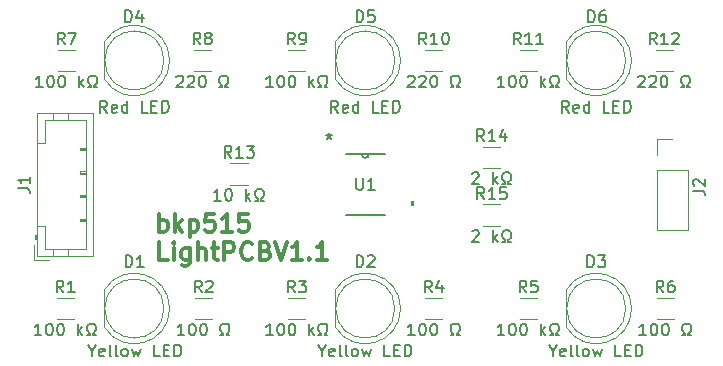
<source format=gbr>
%TF.GenerationSoftware,KiCad,Pcbnew,7.0.8-1.fc38*%
%TF.CreationDate,2023-10-12T23:26:15-06:00*%
%TF.ProjectId,lightPCBV1.1,6c696768-7450-4434-9256-312e312e6b69,rev?*%
%TF.SameCoordinates,Original*%
%TF.FileFunction,Legend,Top*%
%TF.FilePolarity,Positive*%
%FSLAX46Y46*%
G04 Gerber Fmt 4.6, Leading zero omitted, Abs format (unit mm)*
G04 Created by KiCad (PCBNEW 7.0.8-1.fc38) date 2023-10-12 23:26:15*
%MOMM*%
%LPD*%
G01*
G04 APERTURE LIST*
%ADD10C,0.300000*%
%ADD11C,0.150000*%
%ADD12C,0.120000*%
%ADD13C,0.152400*%
G04 APERTURE END LIST*
D10*
X131264510Y-93885828D02*
X131264510Y-92385828D01*
X131264510Y-92957257D02*
X131407368Y-92885828D01*
X131407368Y-92885828D02*
X131693082Y-92885828D01*
X131693082Y-92885828D02*
X131835939Y-92957257D01*
X131835939Y-92957257D02*
X131907368Y-93028685D01*
X131907368Y-93028685D02*
X131978796Y-93171542D01*
X131978796Y-93171542D02*
X131978796Y-93600114D01*
X131978796Y-93600114D02*
X131907368Y-93742971D01*
X131907368Y-93742971D02*
X131835939Y-93814400D01*
X131835939Y-93814400D02*
X131693082Y-93885828D01*
X131693082Y-93885828D02*
X131407368Y-93885828D01*
X131407368Y-93885828D02*
X131264510Y-93814400D01*
X132621653Y-93885828D02*
X132621653Y-92385828D01*
X132764511Y-93314400D02*
X133193082Y-93885828D01*
X133193082Y-92885828D02*
X132621653Y-93457257D01*
X133835939Y-92885828D02*
X133835939Y-94385828D01*
X133835939Y-92957257D02*
X133978797Y-92885828D01*
X133978797Y-92885828D02*
X134264511Y-92885828D01*
X134264511Y-92885828D02*
X134407368Y-92957257D01*
X134407368Y-92957257D02*
X134478797Y-93028685D01*
X134478797Y-93028685D02*
X134550225Y-93171542D01*
X134550225Y-93171542D02*
X134550225Y-93600114D01*
X134550225Y-93600114D02*
X134478797Y-93742971D01*
X134478797Y-93742971D02*
X134407368Y-93814400D01*
X134407368Y-93814400D02*
X134264511Y-93885828D01*
X134264511Y-93885828D02*
X133978797Y-93885828D01*
X133978797Y-93885828D02*
X133835939Y-93814400D01*
X135907368Y-92385828D02*
X135193082Y-92385828D01*
X135193082Y-92385828D02*
X135121654Y-93100114D01*
X135121654Y-93100114D02*
X135193082Y-93028685D01*
X135193082Y-93028685D02*
X135335940Y-92957257D01*
X135335940Y-92957257D02*
X135693082Y-92957257D01*
X135693082Y-92957257D02*
X135835940Y-93028685D01*
X135835940Y-93028685D02*
X135907368Y-93100114D01*
X135907368Y-93100114D02*
X135978797Y-93242971D01*
X135978797Y-93242971D02*
X135978797Y-93600114D01*
X135978797Y-93600114D02*
X135907368Y-93742971D01*
X135907368Y-93742971D02*
X135835940Y-93814400D01*
X135835940Y-93814400D02*
X135693082Y-93885828D01*
X135693082Y-93885828D02*
X135335940Y-93885828D01*
X135335940Y-93885828D02*
X135193082Y-93814400D01*
X135193082Y-93814400D02*
X135121654Y-93742971D01*
X137407368Y-93885828D02*
X136550225Y-93885828D01*
X136978796Y-93885828D02*
X136978796Y-92385828D01*
X136978796Y-92385828D02*
X136835939Y-92600114D01*
X136835939Y-92600114D02*
X136693082Y-92742971D01*
X136693082Y-92742971D02*
X136550225Y-92814400D01*
X138764510Y-92385828D02*
X138050224Y-92385828D01*
X138050224Y-92385828D02*
X137978796Y-93100114D01*
X137978796Y-93100114D02*
X138050224Y-93028685D01*
X138050224Y-93028685D02*
X138193082Y-92957257D01*
X138193082Y-92957257D02*
X138550224Y-92957257D01*
X138550224Y-92957257D02*
X138693082Y-93028685D01*
X138693082Y-93028685D02*
X138764510Y-93100114D01*
X138764510Y-93100114D02*
X138835939Y-93242971D01*
X138835939Y-93242971D02*
X138835939Y-93600114D01*
X138835939Y-93600114D02*
X138764510Y-93742971D01*
X138764510Y-93742971D02*
X138693082Y-93814400D01*
X138693082Y-93814400D02*
X138550224Y-93885828D01*
X138550224Y-93885828D02*
X138193082Y-93885828D01*
X138193082Y-93885828D02*
X138050224Y-93814400D01*
X138050224Y-93814400D02*
X137978796Y-93742971D01*
X131978796Y-96300828D02*
X131264510Y-96300828D01*
X131264510Y-96300828D02*
X131264510Y-94800828D01*
X132478796Y-96300828D02*
X132478796Y-95300828D01*
X132478796Y-94800828D02*
X132407368Y-94872257D01*
X132407368Y-94872257D02*
X132478796Y-94943685D01*
X132478796Y-94943685D02*
X132550225Y-94872257D01*
X132550225Y-94872257D02*
X132478796Y-94800828D01*
X132478796Y-94800828D02*
X132478796Y-94943685D01*
X133835940Y-95300828D02*
X133835940Y-96515114D01*
X133835940Y-96515114D02*
X133764511Y-96657971D01*
X133764511Y-96657971D02*
X133693082Y-96729400D01*
X133693082Y-96729400D02*
X133550225Y-96800828D01*
X133550225Y-96800828D02*
X133335940Y-96800828D01*
X133335940Y-96800828D02*
X133193082Y-96729400D01*
X133835940Y-96229400D02*
X133693082Y-96300828D01*
X133693082Y-96300828D02*
X133407368Y-96300828D01*
X133407368Y-96300828D02*
X133264511Y-96229400D01*
X133264511Y-96229400D02*
X133193082Y-96157971D01*
X133193082Y-96157971D02*
X133121654Y-96015114D01*
X133121654Y-96015114D02*
X133121654Y-95586542D01*
X133121654Y-95586542D02*
X133193082Y-95443685D01*
X133193082Y-95443685D02*
X133264511Y-95372257D01*
X133264511Y-95372257D02*
X133407368Y-95300828D01*
X133407368Y-95300828D02*
X133693082Y-95300828D01*
X133693082Y-95300828D02*
X133835940Y-95372257D01*
X134550225Y-96300828D02*
X134550225Y-94800828D01*
X135193083Y-96300828D02*
X135193083Y-95515114D01*
X135193083Y-95515114D02*
X135121654Y-95372257D01*
X135121654Y-95372257D02*
X134978797Y-95300828D01*
X134978797Y-95300828D02*
X134764511Y-95300828D01*
X134764511Y-95300828D02*
X134621654Y-95372257D01*
X134621654Y-95372257D02*
X134550225Y-95443685D01*
X135693083Y-95300828D02*
X136264511Y-95300828D01*
X135907368Y-94800828D02*
X135907368Y-96086542D01*
X135907368Y-96086542D02*
X135978797Y-96229400D01*
X135978797Y-96229400D02*
X136121654Y-96300828D01*
X136121654Y-96300828D02*
X136264511Y-96300828D01*
X136764511Y-96300828D02*
X136764511Y-94800828D01*
X136764511Y-94800828D02*
X137335940Y-94800828D01*
X137335940Y-94800828D02*
X137478797Y-94872257D01*
X137478797Y-94872257D02*
X137550226Y-94943685D01*
X137550226Y-94943685D02*
X137621654Y-95086542D01*
X137621654Y-95086542D02*
X137621654Y-95300828D01*
X137621654Y-95300828D02*
X137550226Y-95443685D01*
X137550226Y-95443685D02*
X137478797Y-95515114D01*
X137478797Y-95515114D02*
X137335940Y-95586542D01*
X137335940Y-95586542D02*
X136764511Y-95586542D01*
X139121654Y-96157971D02*
X139050226Y-96229400D01*
X139050226Y-96229400D02*
X138835940Y-96300828D01*
X138835940Y-96300828D02*
X138693083Y-96300828D01*
X138693083Y-96300828D02*
X138478797Y-96229400D01*
X138478797Y-96229400D02*
X138335940Y-96086542D01*
X138335940Y-96086542D02*
X138264511Y-95943685D01*
X138264511Y-95943685D02*
X138193083Y-95657971D01*
X138193083Y-95657971D02*
X138193083Y-95443685D01*
X138193083Y-95443685D02*
X138264511Y-95157971D01*
X138264511Y-95157971D02*
X138335940Y-95015114D01*
X138335940Y-95015114D02*
X138478797Y-94872257D01*
X138478797Y-94872257D02*
X138693083Y-94800828D01*
X138693083Y-94800828D02*
X138835940Y-94800828D01*
X138835940Y-94800828D02*
X139050226Y-94872257D01*
X139050226Y-94872257D02*
X139121654Y-94943685D01*
X140264511Y-95515114D02*
X140478797Y-95586542D01*
X140478797Y-95586542D02*
X140550226Y-95657971D01*
X140550226Y-95657971D02*
X140621654Y-95800828D01*
X140621654Y-95800828D02*
X140621654Y-96015114D01*
X140621654Y-96015114D02*
X140550226Y-96157971D01*
X140550226Y-96157971D02*
X140478797Y-96229400D01*
X140478797Y-96229400D02*
X140335940Y-96300828D01*
X140335940Y-96300828D02*
X139764511Y-96300828D01*
X139764511Y-96300828D02*
X139764511Y-94800828D01*
X139764511Y-94800828D02*
X140264511Y-94800828D01*
X140264511Y-94800828D02*
X140407369Y-94872257D01*
X140407369Y-94872257D02*
X140478797Y-94943685D01*
X140478797Y-94943685D02*
X140550226Y-95086542D01*
X140550226Y-95086542D02*
X140550226Y-95229400D01*
X140550226Y-95229400D02*
X140478797Y-95372257D01*
X140478797Y-95372257D02*
X140407369Y-95443685D01*
X140407369Y-95443685D02*
X140264511Y-95515114D01*
X140264511Y-95515114D02*
X139764511Y-95515114D01*
X141050226Y-94800828D02*
X141550226Y-96300828D01*
X141550226Y-96300828D02*
X142050226Y-94800828D01*
X143335940Y-96300828D02*
X142478797Y-96300828D01*
X142907368Y-96300828D02*
X142907368Y-94800828D01*
X142907368Y-94800828D02*
X142764511Y-95015114D01*
X142764511Y-95015114D02*
X142621654Y-95157971D01*
X142621654Y-95157971D02*
X142478797Y-95229400D01*
X143978796Y-96157971D02*
X144050225Y-96229400D01*
X144050225Y-96229400D02*
X143978796Y-96300828D01*
X143978796Y-96300828D02*
X143907368Y-96229400D01*
X143907368Y-96229400D02*
X143978796Y-96157971D01*
X143978796Y-96157971D02*
X143978796Y-96300828D01*
X145478797Y-96300828D02*
X144621654Y-96300828D01*
X145050225Y-96300828D02*
X145050225Y-94800828D01*
X145050225Y-94800828D02*
X144907368Y-95015114D01*
X144907368Y-95015114D02*
X144764511Y-95157971D01*
X144764511Y-95157971D02*
X144621654Y-95229400D01*
D11*
X158767142Y-91134819D02*
X158433809Y-90658628D01*
X158195714Y-91134819D02*
X158195714Y-90134819D01*
X158195714Y-90134819D02*
X158576666Y-90134819D01*
X158576666Y-90134819D02*
X158671904Y-90182438D01*
X158671904Y-90182438D02*
X158719523Y-90230057D01*
X158719523Y-90230057D02*
X158767142Y-90325295D01*
X158767142Y-90325295D02*
X158767142Y-90468152D01*
X158767142Y-90468152D02*
X158719523Y-90563390D01*
X158719523Y-90563390D02*
X158671904Y-90611009D01*
X158671904Y-90611009D02*
X158576666Y-90658628D01*
X158576666Y-90658628D02*
X158195714Y-90658628D01*
X159719523Y-91134819D02*
X159148095Y-91134819D01*
X159433809Y-91134819D02*
X159433809Y-90134819D01*
X159433809Y-90134819D02*
X159338571Y-90277676D01*
X159338571Y-90277676D02*
X159243333Y-90372914D01*
X159243333Y-90372914D02*
X159148095Y-90420533D01*
X160624285Y-90134819D02*
X160148095Y-90134819D01*
X160148095Y-90134819D02*
X160100476Y-90611009D01*
X160100476Y-90611009D02*
X160148095Y-90563390D01*
X160148095Y-90563390D02*
X160243333Y-90515771D01*
X160243333Y-90515771D02*
X160481428Y-90515771D01*
X160481428Y-90515771D02*
X160576666Y-90563390D01*
X160576666Y-90563390D02*
X160624285Y-90611009D01*
X160624285Y-90611009D02*
X160671904Y-90706247D01*
X160671904Y-90706247D02*
X160671904Y-90944342D01*
X160671904Y-90944342D02*
X160624285Y-91039580D01*
X160624285Y-91039580D02*
X160576666Y-91087200D01*
X160576666Y-91087200D02*
X160481428Y-91134819D01*
X160481428Y-91134819D02*
X160243333Y-91134819D01*
X160243333Y-91134819D02*
X160148095Y-91087200D01*
X160148095Y-91087200D02*
X160100476Y-91039580D01*
X157767143Y-93870057D02*
X157814762Y-93822438D01*
X157814762Y-93822438D02*
X157910000Y-93774819D01*
X157910000Y-93774819D02*
X158148095Y-93774819D01*
X158148095Y-93774819D02*
X158243333Y-93822438D01*
X158243333Y-93822438D02*
X158290952Y-93870057D01*
X158290952Y-93870057D02*
X158338571Y-93965295D01*
X158338571Y-93965295D02*
X158338571Y-94060533D01*
X158338571Y-94060533D02*
X158290952Y-94203390D01*
X158290952Y-94203390D02*
X157719524Y-94774819D01*
X157719524Y-94774819D02*
X158338571Y-94774819D01*
X159529048Y-94774819D02*
X159529048Y-93774819D01*
X159624286Y-94393866D02*
X159910000Y-94774819D01*
X159910000Y-94108152D02*
X159529048Y-94489104D01*
X160290953Y-94774819D02*
X160529048Y-94774819D01*
X160529048Y-94774819D02*
X160529048Y-94584342D01*
X160529048Y-94584342D02*
X160433810Y-94536723D01*
X160433810Y-94536723D02*
X160338572Y-94441485D01*
X160338572Y-94441485D02*
X160290953Y-94298628D01*
X160290953Y-94298628D02*
X160290953Y-94060533D01*
X160290953Y-94060533D02*
X160338572Y-93917676D01*
X160338572Y-93917676D02*
X160433810Y-93822438D01*
X160433810Y-93822438D02*
X160576667Y-93774819D01*
X160576667Y-93774819D02*
X160767143Y-93774819D01*
X160767143Y-93774819D02*
X160910000Y-93822438D01*
X160910000Y-93822438D02*
X161005238Y-93917676D01*
X161005238Y-93917676D02*
X161052857Y-94060533D01*
X161052857Y-94060533D02*
X161052857Y-94298628D01*
X161052857Y-94298628D02*
X161005238Y-94441485D01*
X161005238Y-94441485D02*
X160910000Y-94536723D01*
X160910000Y-94536723D02*
X160814762Y-94584342D01*
X160814762Y-94584342D02*
X160814762Y-94774819D01*
X160814762Y-94774819D02*
X161052857Y-94774819D01*
X158767142Y-86234819D02*
X158433809Y-85758628D01*
X158195714Y-86234819D02*
X158195714Y-85234819D01*
X158195714Y-85234819D02*
X158576666Y-85234819D01*
X158576666Y-85234819D02*
X158671904Y-85282438D01*
X158671904Y-85282438D02*
X158719523Y-85330057D01*
X158719523Y-85330057D02*
X158767142Y-85425295D01*
X158767142Y-85425295D02*
X158767142Y-85568152D01*
X158767142Y-85568152D02*
X158719523Y-85663390D01*
X158719523Y-85663390D02*
X158671904Y-85711009D01*
X158671904Y-85711009D02*
X158576666Y-85758628D01*
X158576666Y-85758628D02*
X158195714Y-85758628D01*
X159719523Y-86234819D02*
X159148095Y-86234819D01*
X159433809Y-86234819D02*
X159433809Y-85234819D01*
X159433809Y-85234819D02*
X159338571Y-85377676D01*
X159338571Y-85377676D02*
X159243333Y-85472914D01*
X159243333Y-85472914D02*
X159148095Y-85520533D01*
X160576666Y-85568152D02*
X160576666Y-86234819D01*
X160338571Y-85187200D02*
X160100476Y-85901485D01*
X160100476Y-85901485D02*
X160719523Y-85901485D01*
X157767143Y-88970057D02*
X157814762Y-88922438D01*
X157814762Y-88922438D02*
X157910000Y-88874819D01*
X157910000Y-88874819D02*
X158148095Y-88874819D01*
X158148095Y-88874819D02*
X158243333Y-88922438D01*
X158243333Y-88922438D02*
X158290952Y-88970057D01*
X158290952Y-88970057D02*
X158338571Y-89065295D01*
X158338571Y-89065295D02*
X158338571Y-89160533D01*
X158338571Y-89160533D02*
X158290952Y-89303390D01*
X158290952Y-89303390D02*
X157719524Y-89874819D01*
X157719524Y-89874819D02*
X158338571Y-89874819D01*
X159529048Y-89874819D02*
X159529048Y-88874819D01*
X159624286Y-89493866D02*
X159910000Y-89874819D01*
X159910000Y-89208152D02*
X159529048Y-89589104D01*
X160290953Y-89874819D02*
X160529048Y-89874819D01*
X160529048Y-89874819D02*
X160529048Y-89684342D01*
X160529048Y-89684342D02*
X160433810Y-89636723D01*
X160433810Y-89636723D02*
X160338572Y-89541485D01*
X160338572Y-89541485D02*
X160290953Y-89398628D01*
X160290953Y-89398628D02*
X160290953Y-89160533D01*
X160290953Y-89160533D02*
X160338572Y-89017676D01*
X160338572Y-89017676D02*
X160433810Y-88922438D01*
X160433810Y-88922438D02*
X160576667Y-88874819D01*
X160576667Y-88874819D02*
X160767143Y-88874819D01*
X160767143Y-88874819D02*
X160910000Y-88922438D01*
X160910000Y-88922438D02*
X161005238Y-89017676D01*
X161005238Y-89017676D02*
X161052857Y-89160533D01*
X161052857Y-89160533D02*
X161052857Y-89398628D01*
X161052857Y-89398628D02*
X161005238Y-89541485D01*
X161005238Y-89541485D02*
X160910000Y-89636723D01*
X160910000Y-89636723D02*
X160814762Y-89684342D01*
X160814762Y-89684342D02*
X160814762Y-89874819D01*
X160814762Y-89874819D02*
X161052857Y-89874819D01*
X147948095Y-89354819D02*
X147948095Y-90164342D01*
X147948095Y-90164342D02*
X147995714Y-90259580D01*
X147995714Y-90259580D02*
X148043333Y-90307200D01*
X148043333Y-90307200D02*
X148138571Y-90354819D01*
X148138571Y-90354819D02*
X148329047Y-90354819D01*
X148329047Y-90354819D02*
X148424285Y-90307200D01*
X148424285Y-90307200D02*
X148471904Y-90259580D01*
X148471904Y-90259580D02*
X148519523Y-90164342D01*
X148519523Y-90164342D02*
X148519523Y-89354819D01*
X149519523Y-90354819D02*
X148948095Y-90354819D01*
X149233809Y-90354819D02*
X149233809Y-89354819D01*
X149233809Y-89354819D02*
X149138571Y-89497676D01*
X149138571Y-89497676D02*
X149043333Y-89592914D01*
X149043333Y-89592914D02*
X148948095Y-89640533D01*
X145636600Y-85581218D02*
X145636600Y-85819313D01*
X145398505Y-85724075D02*
X145636600Y-85819313D01*
X145636600Y-85819313D02*
X145874695Y-85724075D01*
X145493743Y-86009789D02*
X145636600Y-85819313D01*
X145636600Y-85819313D02*
X145779457Y-86009789D01*
X134843333Y-99034819D02*
X134510000Y-98558628D01*
X134271905Y-99034819D02*
X134271905Y-98034819D01*
X134271905Y-98034819D02*
X134652857Y-98034819D01*
X134652857Y-98034819D02*
X134748095Y-98082438D01*
X134748095Y-98082438D02*
X134795714Y-98130057D01*
X134795714Y-98130057D02*
X134843333Y-98225295D01*
X134843333Y-98225295D02*
X134843333Y-98368152D01*
X134843333Y-98368152D02*
X134795714Y-98463390D01*
X134795714Y-98463390D02*
X134748095Y-98511009D01*
X134748095Y-98511009D02*
X134652857Y-98558628D01*
X134652857Y-98558628D02*
X134271905Y-98558628D01*
X135224286Y-98130057D02*
X135271905Y-98082438D01*
X135271905Y-98082438D02*
X135367143Y-98034819D01*
X135367143Y-98034819D02*
X135605238Y-98034819D01*
X135605238Y-98034819D02*
X135700476Y-98082438D01*
X135700476Y-98082438D02*
X135748095Y-98130057D01*
X135748095Y-98130057D02*
X135795714Y-98225295D01*
X135795714Y-98225295D02*
X135795714Y-98320533D01*
X135795714Y-98320533D02*
X135748095Y-98463390D01*
X135748095Y-98463390D02*
X135176667Y-99034819D01*
X135176667Y-99034819D02*
X135795714Y-99034819D01*
X133390952Y-102674819D02*
X132819524Y-102674819D01*
X133105238Y-102674819D02*
X133105238Y-101674819D01*
X133105238Y-101674819D02*
X133010000Y-101817676D01*
X133010000Y-101817676D02*
X132914762Y-101912914D01*
X132914762Y-101912914D02*
X132819524Y-101960533D01*
X134010000Y-101674819D02*
X134105238Y-101674819D01*
X134105238Y-101674819D02*
X134200476Y-101722438D01*
X134200476Y-101722438D02*
X134248095Y-101770057D01*
X134248095Y-101770057D02*
X134295714Y-101865295D01*
X134295714Y-101865295D02*
X134343333Y-102055771D01*
X134343333Y-102055771D02*
X134343333Y-102293866D01*
X134343333Y-102293866D02*
X134295714Y-102484342D01*
X134295714Y-102484342D02*
X134248095Y-102579580D01*
X134248095Y-102579580D02*
X134200476Y-102627200D01*
X134200476Y-102627200D02*
X134105238Y-102674819D01*
X134105238Y-102674819D02*
X134010000Y-102674819D01*
X134010000Y-102674819D02*
X133914762Y-102627200D01*
X133914762Y-102627200D02*
X133867143Y-102579580D01*
X133867143Y-102579580D02*
X133819524Y-102484342D01*
X133819524Y-102484342D02*
X133771905Y-102293866D01*
X133771905Y-102293866D02*
X133771905Y-102055771D01*
X133771905Y-102055771D02*
X133819524Y-101865295D01*
X133819524Y-101865295D02*
X133867143Y-101770057D01*
X133867143Y-101770057D02*
X133914762Y-101722438D01*
X133914762Y-101722438D02*
X134010000Y-101674819D01*
X134962381Y-101674819D02*
X135057619Y-101674819D01*
X135057619Y-101674819D02*
X135152857Y-101722438D01*
X135152857Y-101722438D02*
X135200476Y-101770057D01*
X135200476Y-101770057D02*
X135248095Y-101865295D01*
X135248095Y-101865295D02*
X135295714Y-102055771D01*
X135295714Y-102055771D02*
X135295714Y-102293866D01*
X135295714Y-102293866D02*
X135248095Y-102484342D01*
X135248095Y-102484342D02*
X135200476Y-102579580D01*
X135200476Y-102579580D02*
X135152857Y-102627200D01*
X135152857Y-102627200D02*
X135057619Y-102674819D01*
X135057619Y-102674819D02*
X134962381Y-102674819D01*
X134962381Y-102674819D02*
X134867143Y-102627200D01*
X134867143Y-102627200D02*
X134819524Y-102579580D01*
X134819524Y-102579580D02*
X134771905Y-102484342D01*
X134771905Y-102484342D02*
X134724286Y-102293866D01*
X134724286Y-102293866D02*
X134724286Y-102055771D01*
X134724286Y-102055771D02*
X134771905Y-101865295D01*
X134771905Y-101865295D02*
X134819524Y-101770057D01*
X134819524Y-101770057D02*
X134867143Y-101722438D01*
X134867143Y-101722438D02*
X134962381Y-101674819D01*
X136438572Y-102674819D02*
X136676667Y-102674819D01*
X136676667Y-102674819D02*
X136676667Y-102484342D01*
X136676667Y-102484342D02*
X136581429Y-102436723D01*
X136581429Y-102436723D02*
X136486191Y-102341485D01*
X136486191Y-102341485D02*
X136438572Y-102198628D01*
X136438572Y-102198628D02*
X136438572Y-101960533D01*
X136438572Y-101960533D02*
X136486191Y-101817676D01*
X136486191Y-101817676D02*
X136581429Y-101722438D01*
X136581429Y-101722438D02*
X136724286Y-101674819D01*
X136724286Y-101674819D02*
X136914762Y-101674819D01*
X136914762Y-101674819D02*
X137057619Y-101722438D01*
X137057619Y-101722438D02*
X137152857Y-101817676D01*
X137152857Y-101817676D02*
X137200476Y-101960533D01*
X137200476Y-101960533D02*
X137200476Y-102198628D01*
X137200476Y-102198628D02*
X137152857Y-102341485D01*
X137152857Y-102341485D02*
X137057619Y-102436723D01*
X137057619Y-102436723D02*
X136962381Y-102484342D01*
X136962381Y-102484342D02*
X136962381Y-102674819D01*
X136962381Y-102674819D02*
X137200476Y-102674819D01*
X162343333Y-99034819D02*
X162010000Y-98558628D01*
X161771905Y-99034819D02*
X161771905Y-98034819D01*
X161771905Y-98034819D02*
X162152857Y-98034819D01*
X162152857Y-98034819D02*
X162248095Y-98082438D01*
X162248095Y-98082438D02*
X162295714Y-98130057D01*
X162295714Y-98130057D02*
X162343333Y-98225295D01*
X162343333Y-98225295D02*
X162343333Y-98368152D01*
X162343333Y-98368152D02*
X162295714Y-98463390D01*
X162295714Y-98463390D02*
X162248095Y-98511009D01*
X162248095Y-98511009D02*
X162152857Y-98558628D01*
X162152857Y-98558628D02*
X161771905Y-98558628D01*
X163248095Y-98034819D02*
X162771905Y-98034819D01*
X162771905Y-98034819D02*
X162724286Y-98511009D01*
X162724286Y-98511009D02*
X162771905Y-98463390D01*
X162771905Y-98463390D02*
X162867143Y-98415771D01*
X162867143Y-98415771D02*
X163105238Y-98415771D01*
X163105238Y-98415771D02*
X163200476Y-98463390D01*
X163200476Y-98463390D02*
X163248095Y-98511009D01*
X163248095Y-98511009D02*
X163295714Y-98606247D01*
X163295714Y-98606247D02*
X163295714Y-98844342D01*
X163295714Y-98844342D02*
X163248095Y-98939580D01*
X163248095Y-98939580D02*
X163200476Y-98987200D01*
X163200476Y-98987200D02*
X163105238Y-99034819D01*
X163105238Y-99034819D02*
X162867143Y-99034819D01*
X162867143Y-99034819D02*
X162771905Y-98987200D01*
X162771905Y-98987200D02*
X162724286Y-98939580D01*
X160486190Y-102674819D02*
X159914762Y-102674819D01*
X160200476Y-102674819D02*
X160200476Y-101674819D01*
X160200476Y-101674819D02*
X160105238Y-101817676D01*
X160105238Y-101817676D02*
X160010000Y-101912914D01*
X160010000Y-101912914D02*
X159914762Y-101960533D01*
X161105238Y-101674819D02*
X161200476Y-101674819D01*
X161200476Y-101674819D02*
X161295714Y-101722438D01*
X161295714Y-101722438D02*
X161343333Y-101770057D01*
X161343333Y-101770057D02*
X161390952Y-101865295D01*
X161390952Y-101865295D02*
X161438571Y-102055771D01*
X161438571Y-102055771D02*
X161438571Y-102293866D01*
X161438571Y-102293866D02*
X161390952Y-102484342D01*
X161390952Y-102484342D02*
X161343333Y-102579580D01*
X161343333Y-102579580D02*
X161295714Y-102627200D01*
X161295714Y-102627200D02*
X161200476Y-102674819D01*
X161200476Y-102674819D02*
X161105238Y-102674819D01*
X161105238Y-102674819D02*
X161010000Y-102627200D01*
X161010000Y-102627200D02*
X160962381Y-102579580D01*
X160962381Y-102579580D02*
X160914762Y-102484342D01*
X160914762Y-102484342D02*
X160867143Y-102293866D01*
X160867143Y-102293866D02*
X160867143Y-102055771D01*
X160867143Y-102055771D02*
X160914762Y-101865295D01*
X160914762Y-101865295D02*
X160962381Y-101770057D01*
X160962381Y-101770057D02*
X161010000Y-101722438D01*
X161010000Y-101722438D02*
X161105238Y-101674819D01*
X162057619Y-101674819D02*
X162152857Y-101674819D01*
X162152857Y-101674819D02*
X162248095Y-101722438D01*
X162248095Y-101722438D02*
X162295714Y-101770057D01*
X162295714Y-101770057D02*
X162343333Y-101865295D01*
X162343333Y-101865295D02*
X162390952Y-102055771D01*
X162390952Y-102055771D02*
X162390952Y-102293866D01*
X162390952Y-102293866D02*
X162343333Y-102484342D01*
X162343333Y-102484342D02*
X162295714Y-102579580D01*
X162295714Y-102579580D02*
X162248095Y-102627200D01*
X162248095Y-102627200D02*
X162152857Y-102674819D01*
X162152857Y-102674819D02*
X162057619Y-102674819D01*
X162057619Y-102674819D02*
X161962381Y-102627200D01*
X161962381Y-102627200D02*
X161914762Y-102579580D01*
X161914762Y-102579580D02*
X161867143Y-102484342D01*
X161867143Y-102484342D02*
X161819524Y-102293866D01*
X161819524Y-102293866D02*
X161819524Y-102055771D01*
X161819524Y-102055771D02*
X161867143Y-101865295D01*
X161867143Y-101865295D02*
X161914762Y-101770057D01*
X161914762Y-101770057D02*
X161962381Y-101722438D01*
X161962381Y-101722438D02*
X162057619Y-101674819D01*
X163581429Y-102674819D02*
X163581429Y-101674819D01*
X163676667Y-102293866D02*
X163962381Y-102674819D01*
X163962381Y-102008152D02*
X163581429Y-102389104D01*
X164343334Y-102674819D02*
X164581429Y-102674819D01*
X164581429Y-102674819D02*
X164581429Y-102484342D01*
X164581429Y-102484342D02*
X164486191Y-102436723D01*
X164486191Y-102436723D02*
X164390953Y-102341485D01*
X164390953Y-102341485D02*
X164343334Y-102198628D01*
X164343334Y-102198628D02*
X164343334Y-101960533D01*
X164343334Y-101960533D02*
X164390953Y-101817676D01*
X164390953Y-101817676D02*
X164486191Y-101722438D01*
X164486191Y-101722438D02*
X164629048Y-101674819D01*
X164629048Y-101674819D02*
X164819524Y-101674819D01*
X164819524Y-101674819D02*
X164962381Y-101722438D01*
X164962381Y-101722438D02*
X165057619Y-101817676D01*
X165057619Y-101817676D02*
X165105238Y-101960533D01*
X165105238Y-101960533D02*
X165105238Y-102198628D01*
X165105238Y-102198628D02*
X165057619Y-102341485D01*
X165057619Y-102341485D02*
X164962381Y-102436723D01*
X164962381Y-102436723D02*
X164867143Y-102484342D01*
X164867143Y-102484342D02*
X164867143Y-102674819D01*
X164867143Y-102674819D02*
X165105238Y-102674819D01*
X154343333Y-99034819D02*
X154010000Y-98558628D01*
X153771905Y-99034819D02*
X153771905Y-98034819D01*
X153771905Y-98034819D02*
X154152857Y-98034819D01*
X154152857Y-98034819D02*
X154248095Y-98082438D01*
X154248095Y-98082438D02*
X154295714Y-98130057D01*
X154295714Y-98130057D02*
X154343333Y-98225295D01*
X154343333Y-98225295D02*
X154343333Y-98368152D01*
X154343333Y-98368152D02*
X154295714Y-98463390D01*
X154295714Y-98463390D02*
X154248095Y-98511009D01*
X154248095Y-98511009D02*
X154152857Y-98558628D01*
X154152857Y-98558628D02*
X153771905Y-98558628D01*
X155200476Y-98368152D02*
X155200476Y-99034819D01*
X154962381Y-97987200D02*
X154724286Y-98701485D01*
X154724286Y-98701485D02*
X155343333Y-98701485D01*
X152890952Y-102674819D02*
X152319524Y-102674819D01*
X152605238Y-102674819D02*
X152605238Y-101674819D01*
X152605238Y-101674819D02*
X152510000Y-101817676D01*
X152510000Y-101817676D02*
X152414762Y-101912914D01*
X152414762Y-101912914D02*
X152319524Y-101960533D01*
X153510000Y-101674819D02*
X153605238Y-101674819D01*
X153605238Y-101674819D02*
X153700476Y-101722438D01*
X153700476Y-101722438D02*
X153748095Y-101770057D01*
X153748095Y-101770057D02*
X153795714Y-101865295D01*
X153795714Y-101865295D02*
X153843333Y-102055771D01*
X153843333Y-102055771D02*
X153843333Y-102293866D01*
X153843333Y-102293866D02*
X153795714Y-102484342D01*
X153795714Y-102484342D02*
X153748095Y-102579580D01*
X153748095Y-102579580D02*
X153700476Y-102627200D01*
X153700476Y-102627200D02*
X153605238Y-102674819D01*
X153605238Y-102674819D02*
X153510000Y-102674819D01*
X153510000Y-102674819D02*
X153414762Y-102627200D01*
X153414762Y-102627200D02*
X153367143Y-102579580D01*
X153367143Y-102579580D02*
X153319524Y-102484342D01*
X153319524Y-102484342D02*
X153271905Y-102293866D01*
X153271905Y-102293866D02*
X153271905Y-102055771D01*
X153271905Y-102055771D02*
X153319524Y-101865295D01*
X153319524Y-101865295D02*
X153367143Y-101770057D01*
X153367143Y-101770057D02*
X153414762Y-101722438D01*
X153414762Y-101722438D02*
X153510000Y-101674819D01*
X154462381Y-101674819D02*
X154557619Y-101674819D01*
X154557619Y-101674819D02*
X154652857Y-101722438D01*
X154652857Y-101722438D02*
X154700476Y-101770057D01*
X154700476Y-101770057D02*
X154748095Y-101865295D01*
X154748095Y-101865295D02*
X154795714Y-102055771D01*
X154795714Y-102055771D02*
X154795714Y-102293866D01*
X154795714Y-102293866D02*
X154748095Y-102484342D01*
X154748095Y-102484342D02*
X154700476Y-102579580D01*
X154700476Y-102579580D02*
X154652857Y-102627200D01*
X154652857Y-102627200D02*
X154557619Y-102674819D01*
X154557619Y-102674819D02*
X154462381Y-102674819D01*
X154462381Y-102674819D02*
X154367143Y-102627200D01*
X154367143Y-102627200D02*
X154319524Y-102579580D01*
X154319524Y-102579580D02*
X154271905Y-102484342D01*
X154271905Y-102484342D02*
X154224286Y-102293866D01*
X154224286Y-102293866D02*
X154224286Y-102055771D01*
X154224286Y-102055771D02*
X154271905Y-101865295D01*
X154271905Y-101865295D02*
X154319524Y-101770057D01*
X154319524Y-101770057D02*
X154367143Y-101722438D01*
X154367143Y-101722438D02*
X154462381Y-101674819D01*
X155938572Y-102674819D02*
X156176667Y-102674819D01*
X156176667Y-102674819D02*
X156176667Y-102484342D01*
X156176667Y-102484342D02*
X156081429Y-102436723D01*
X156081429Y-102436723D02*
X155986191Y-102341485D01*
X155986191Y-102341485D02*
X155938572Y-102198628D01*
X155938572Y-102198628D02*
X155938572Y-101960533D01*
X155938572Y-101960533D02*
X155986191Y-101817676D01*
X155986191Y-101817676D02*
X156081429Y-101722438D01*
X156081429Y-101722438D02*
X156224286Y-101674819D01*
X156224286Y-101674819D02*
X156414762Y-101674819D01*
X156414762Y-101674819D02*
X156557619Y-101722438D01*
X156557619Y-101722438D02*
X156652857Y-101817676D01*
X156652857Y-101817676D02*
X156700476Y-101960533D01*
X156700476Y-101960533D02*
X156700476Y-102198628D01*
X156700476Y-102198628D02*
X156652857Y-102341485D01*
X156652857Y-102341485D02*
X156557619Y-102436723D01*
X156557619Y-102436723D02*
X156462381Y-102484342D01*
X156462381Y-102484342D02*
X156462381Y-102674819D01*
X156462381Y-102674819D02*
X156700476Y-102674819D01*
X123243333Y-78034819D02*
X122910000Y-77558628D01*
X122671905Y-78034819D02*
X122671905Y-77034819D01*
X122671905Y-77034819D02*
X123052857Y-77034819D01*
X123052857Y-77034819D02*
X123148095Y-77082438D01*
X123148095Y-77082438D02*
X123195714Y-77130057D01*
X123195714Y-77130057D02*
X123243333Y-77225295D01*
X123243333Y-77225295D02*
X123243333Y-77368152D01*
X123243333Y-77368152D02*
X123195714Y-77463390D01*
X123195714Y-77463390D02*
X123148095Y-77511009D01*
X123148095Y-77511009D02*
X123052857Y-77558628D01*
X123052857Y-77558628D02*
X122671905Y-77558628D01*
X123576667Y-77034819D02*
X124243333Y-77034819D01*
X124243333Y-77034819D02*
X123814762Y-78034819D01*
X121386190Y-81674819D02*
X120814762Y-81674819D01*
X121100476Y-81674819D02*
X121100476Y-80674819D01*
X121100476Y-80674819D02*
X121005238Y-80817676D01*
X121005238Y-80817676D02*
X120910000Y-80912914D01*
X120910000Y-80912914D02*
X120814762Y-80960533D01*
X122005238Y-80674819D02*
X122100476Y-80674819D01*
X122100476Y-80674819D02*
X122195714Y-80722438D01*
X122195714Y-80722438D02*
X122243333Y-80770057D01*
X122243333Y-80770057D02*
X122290952Y-80865295D01*
X122290952Y-80865295D02*
X122338571Y-81055771D01*
X122338571Y-81055771D02*
X122338571Y-81293866D01*
X122338571Y-81293866D02*
X122290952Y-81484342D01*
X122290952Y-81484342D02*
X122243333Y-81579580D01*
X122243333Y-81579580D02*
X122195714Y-81627200D01*
X122195714Y-81627200D02*
X122100476Y-81674819D01*
X122100476Y-81674819D02*
X122005238Y-81674819D01*
X122005238Y-81674819D02*
X121910000Y-81627200D01*
X121910000Y-81627200D02*
X121862381Y-81579580D01*
X121862381Y-81579580D02*
X121814762Y-81484342D01*
X121814762Y-81484342D02*
X121767143Y-81293866D01*
X121767143Y-81293866D02*
X121767143Y-81055771D01*
X121767143Y-81055771D02*
X121814762Y-80865295D01*
X121814762Y-80865295D02*
X121862381Y-80770057D01*
X121862381Y-80770057D02*
X121910000Y-80722438D01*
X121910000Y-80722438D02*
X122005238Y-80674819D01*
X122957619Y-80674819D02*
X123052857Y-80674819D01*
X123052857Y-80674819D02*
X123148095Y-80722438D01*
X123148095Y-80722438D02*
X123195714Y-80770057D01*
X123195714Y-80770057D02*
X123243333Y-80865295D01*
X123243333Y-80865295D02*
X123290952Y-81055771D01*
X123290952Y-81055771D02*
X123290952Y-81293866D01*
X123290952Y-81293866D02*
X123243333Y-81484342D01*
X123243333Y-81484342D02*
X123195714Y-81579580D01*
X123195714Y-81579580D02*
X123148095Y-81627200D01*
X123148095Y-81627200D02*
X123052857Y-81674819D01*
X123052857Y-81674819D02*
X122957619Y-81674819D01*
X122957619Y-81674819D02*
X122862381Y-81627200D01*
X122862381Y-81627200D02*
X122814762Y-81579580D01*
X122814762Y-81579580D02*
X122767143Y-81484342D01*
X122767143Y-81484342D02*
X122719524Y-81293866D01*
X122719524Y-81293866D02*
X122719524Y-81055771D01*
X122719524Y-81055771D02*
X122767143Y-80865295D01*
X122767143Y-80865295D02*
X122814762Y-80770057D01*
X122814762Y-80770057D02*
X122862381Y-80722438D01*
X122862381Y-80722438D02*
X122957619Y-80674819D01*
X124481429Y-81674819D02*
X124481429Y-80674819D01*
X124576667Y-81293866D02*
X124862381Y-81674819D01*
X124862381Y-81008152D02*
X124481429Y-81389104D01*
X125243334Y-81674819D02*
X125481429Y-81674819D01*
X125481429Y-81674819D02*
X125481429Y-81484342D01*
X125481429Y-81484342D02*
X125386191Y-81436723D01*
X125386191Y-81436723D02*
X125290953Y-81341485D01*
X125290953Y-81341485D02*
X125243334Y-81198628D01*
X125243334Y-81198628D02*
X125243334Y-80960533D01*
X125243334Y-80960533D02*
X125290953Y-80817676D01*
X125290953Y-80817676D02*
X125386191Y-80722438D01*
X125386191Y-80722438D02*
X125529048Y-80674819D01*
X125529048Y-80674819D02*
X125719524Y-80674819D01*
X125719524Y-80674819D02*
X125862381Y-80722438D01*
X125862381Y-80722438D02*
X125957619Y-80817676D01*
X125957619Y-80817676D02*
X126005238Y-80960533D01*
X126005238Y-80960533D02*
X126005238Y-81198628D01*
X126005238Y-81198628D02*
X125957619Y-81341485D01*
X125957619Y-81341485D02*
X125862381Y-81436723D01*
X125862381Y-81436723D02*
X125767143Y-81484342D01*
X125767143Y-81484342D02*
X125767143Y-81674819D01*
X125767143Y-81674819D02*
X126005238Y-81674819D01*
X176464819Y-90433333D02*
X177179104Y-90433333D01*
X177179104Y-90433333D02*
X177321961Y-90480952D01*
X177321961Y-90480952D02*
X177417200Y-90576190D01*
X177417200Y-90576190D02*
X177464819Y-90719047D01*
X177464819Y-90719047D02*
X177464819Y-90814285D01*
X176560057Y-90004761D02*
X176512438Y-89957142D01*
X176512438Y-89957142D02*
X176464819Y-89861904D01*
X176464819Y-89861904D02*
X176464819Y-89623809D01*
X176464819Y-89623809D02*
X176512438Y-89528571D01*
X176512438Y-89528571D02*
X176560057Y-89480952D01*
X176560057Y-89480952D02*
X176655295Y-89433333D01*
X176655295Y-89433333D02*
X176750533Y-89433333D01*
X176750533Y-89433333D02*
X176893390Y-89480952D01*
X176893390Y-89480952D02*
X177464819Y-90052380D01*
X177464819Y-90052380D02*
X177464819Y-89433333D01*
X119314819Y-90233333D02*
X120029104Y-90233333D01*
X120029104Y-90233333D02*
X120171961Y-90280952D01*
X120171961Y-90280952D02*
X120267200Y-90376190D01*
X120267200Y-90376190D02*
X120314819Y-90519047D01*
X120314819Y-90519047D02*
X120314819Y-90614285D01*
X120314819Y-89233333D02*
X120314819Y-89804761D01*
X120314819Y-89519047D02*
X119314819Y-89519047D01*
X119314819Y-89519047D02*
X119457676Y-89614285D01*
X119457676Y-89614285D02*
X119552914Y-89709523D01*
X119552914Y-89709523D02*
X119600533Y-89804761D01*
X142743333Y-78034819D02*
X142410000Y-77558628D01*
X142171905Y-78034819D02*
X142171905Y-77034819D01*
X142171905Y-77034819D02*
X142552857Y-77034819D01*
X142552857Y-77034819D02*
X142648095Y-77082438D01*
X142648095Y-77082438D02*
X142695714Y-77130057D01*
X142695714Y-77130057D02*
X142743333Y-77225295D01*
X142743333Y-77225295D02*
X142743333Y-77368152D01*
X142743333Y-77368152D02*
X142695714Y-77463390D01*
X142695714Y-77463390D02*
X142648095Y-77511009D01*
X142648095Y-77511009D02*
X142552857Y-77558628D01*
X142552857Y-77558628D02*
X142171905Y-77558628D01*
X143219524Y-78034819D02*
X143410000Y-78034819D01*
X143410000Y-78034819D02*
X143505238Y-77987200D01*
X143505238Y-77987200D02*
X143552857Y-77939580D01*
X143552857Y-77939580D02*
X143648095Y-77796723D01*
X143648095Y-77796723D02*
X143695714Y-77606247D01*
X143695714Y-77606247D02*
X143695714Y-77225295D01*
X143695714Y-77225295D02*
X143648095Y-77130057D01*
X143648095Y-77130057D02*
X143600476Y-77082438D01*
X143600476Y-77082438D02*
X143505238Y-77034819D01*
X143505238Y-77034819D02*
X143314762Y-77034819D01*
X143314762Y-77034819D02*
X143219524Y-77082438D01*
X143219524Y-77082438D02*
X143171905Y-77130057D01*
X143171905Y-77130057D02*
X143124286Y-77225295D01*
X143124286Y-77225295D02*
X143124286Y-77463390D01*
X143124286Y-77463390D02*
X143171905Y-77558628D01*
X143171905Y-77558628D02*
X143219524Y-77606247D01*
X143219524Y-77606247D02*
X143314762Y-77653866D01*
X143314762Y-77653866D02*
X143505238Y-77653866D01*
X143505238Y-77653866D02*
X143600476Y-77606247D01*
X143600476Y-77606247D02*
X143648095Y-77558628D01*
X143648095Y-77558628D02*
X143695714Y-77463390D01*
X140886190Y-81674819D02*
X140314762Y-81674819D01*
X140600476Y-81674819D02*
X140600476Y-80674819D01*
X140600476Y-80674819D02*
X140505238Y-80817676D01*
X140505238Y-80817676D02*
X140410000Y-80912914D01*
X140410000Y-80912914D02*
X140314762Y-80960533D01*
X141505238Y-80674819D02*
X141600476Y-80674819D01*
X141600476Y-80674819D02*
X141695714Y-80722438D01*
X141695714Y-80722438D02*
X141743333Y-80770057D01*
X141743333Y-80770057D02*
X141790952Y-80865295D01*
X141790952Y-80865295D02*
X141838571Y-81055771D01*
X141838571Y-81055771D02*
X141838571Y-81293866D01*
X141838571Y-81293866D02*
X141790952Y-81484342D01*
X141790952Y-81484342D02*
X141743333Y-81579580D01*
X141743333Y-81579580D02*
X141695714Y-81627200D01*
X141695714Y-81627200D02*
X141600476Y-81674819D01*
X141600476Y-81674819D02*
X141505238Y-81674819D01*
X141505238Y-81674819D02*
X141410000Y-81627200D01*
X141410000Y-81627200D02*
X141362381Y-81579580D01*
X141362381Y-81579580D02*
X141314762Y-81484342D01*
X141314762Y-81484342D02*
X141267143Y-81293866D01*
X141267143Y-81293866D02*
X141267143Y-81055771D01*
X141267143Y-81055771D02*
X141314762Y-80865295D01*
X141314762Y-80865295D02*
X141362381Y-80770057D01*
X141362381Y-80770057D02*
X141410000Y-80722438D01*
X141410000Y-80722438D02*
X141505238Y-80674819D01*
X142457619Y-80674819D02*
X142552857Y-80674819D01*
X142552857Y-80674819D02*
X142648095Y-80722438D01*
X142648095Y-80722438D02*
X142695714Y-80770057D01*
X142695714Y-80770057D02*
X142743333Y-80865295D01*
X142743333Y-80865295D02*
X142790952Y-81055771D01*
X142790952Y-81055771D02*
X142790952Y-81293866D01*
X142790952Y-81293866D02*
X142743333Y-81484342D01*
X142743333Y-81484342D02*
X142695714Y-81579580D01*
X142695714Y-81579580D02*
X142648095Y-81627200D01*
X142648095Y-81627200D02*
X142552857Y-81674819D01*
X142552857Y-81674819D02*
X142457619Y-81674819D01*
X142457619Y-81674819D02*
X142362381Y-81627200D01*
X142362381Y-81627200D02*
X142314762Y-81579580D01*
X142314762Y-81579580D02*
X142267143Y-81484342D01*
X142267143Y-81484342D02*
X142219524Y-81293866D01*
X142219524Y-81293866D02*
X142219524Y-81055771D01*
X142219524Y-81055771D02*
X142267143Y-80865295D01*
X142267143Y-80865295D02*
X142314762Y-80770057D01*
X142314762Y-80770057D02*
X142362381Y-80722438D01*
X142362381Y-80722438D02*
X142457619Y-80674819D01*
X143981429Y-81674819D02*
X143981429Y-80674819D01*
X144076667Y-81293866D02*
X144362381Y-81674819D01*
X144362381Y-81008152D02*
X143981429Y-81389104D01*
X144743334Y-81674819D02*
X144981429Y-81674819D01*
X144981429Y-81674819D02*
X144981429Y-81484342D01*
X144981429Y-81484342D02*
X144886191Y-81436723D01*
X144886191Y-81436723D02*
X144790953Y-81341485D01*
X144790953Y-81341485D02*
X144743334Y-81198628D01*
X144743334Y-81198628D02*
X144743334Y-80960533D01*
X144743334Y-80960533D02*
X144790953Y-80817676D01*
X144790953Y-80817676D02*
X144886191Y-80722438D01*
X144886191Y-80722438D02*
X145029048Y-80674819D01*
X145029048Y-80674819D02*
X145219524Y-80674819D01*
X145219524Y-80674819D02*
X145362381Y-80722438D01*
X145362381Y-80722438D02*
X145457619Y-80817676D01*
X145457619Y-80817676D02*
X145505238Y-80960533D01*
X145505238Y-80960533D02*
X145505238Y-81198628D01*
X145505238Y-81198628D02*
X145457619Y-81341485D01*
X145457619Y-81341485D02*
X145362381Y-81436723D01*
X145362381Y-81436723D02*
X145267143Y-81484342D01*
X145267143Y-81484342D02*
X145267143Y-81674819D01*
X145267143Y-81674819D02*
X145505238Y-81674819D01*
X147966905Y-96894819D02*
X147966905Y-95894819D01*
X147966905Y-95894819D02*
X148205000Y-95894819D01*
X148205000Y-95894819D02*
X148347857Y-95942438D01*
X148347857Y-95942438D02*
X148443095Y-96037676D01*
X148443095Y-96037676D02*
X148490714Y-96132914D01*
X148490714Y-96132914D02*
X148538333Y-96323390D01*
X148538333Y-96323390D02*
X148538333Y-96466247D01*
X148538333Y-96466247D02*
X148490714Y-96656723D01*
X148490714Y-96656723D02*
X148443095Y-96751961D01*
X148443095Y-96751961D02*
X148347857Y-96847200D01*
X148347857Y-96847200D02*
X148205000Y-96894819D01*
X148205000Y-96894819D02*
X147966905Y-96894819D01*
X148919286Y-95990057D02*
X148966905Y-95942438D01*
X148966905Y-95942438D02*
X149062143Y-95894819D01*
X149062143Y-95894819D02*
X149300238Y-95894819D01*
X149300238Y-95894819D02*
X149395476Y-95942438D01*
X149395476Y-95942438D02*
X149443095Y-95990057D01*
X149443095Y-95990057D02*
X149490714Y-96085295D01*
X149490714Y-96085295D02*
X149490714Y-96180533D01*
X149490714Y-96180533D02*
X149443095Y-96323390D01*
X149443095Y-96323390D02*
X148871667Y-96894819D01*
X148871667Y-96894819D02*
X149490714Y-96894819D01*
X145038332Y-103978628D02*
X145038332Y-104454819D01*
X144704999Y-103454819D02*
X145038332Y-103978628D01*
X145038332Y-103978628D02*
X145371665Y-103454819D01*
X146085951Y-104407200D02*
X145990713Y-104454819D01*
X145990713Y-104454819D02*
X145800237Y-104454819D01*
X145800237Y-104454819D02*
X145704999Y-104407200D01*
X145704999Y-104407200D02*
X145657380Y-104311961D01*
X145657380Y-104311961D02*
X145657380Y-103931009D01*
X145657380Y-103931009D02*
X145704999Y-103835771D01*
X145704999Y-103835771D02*
X145800237Y-103788152D01*
X145800237Y-103788152D02*
X145990713Y-103788152D01*
X145990713Y-103788152D02*
X146085951Y-103835771D01*
X146085951Y-103835771D02*
X146133570Y-103931009D01*
X146133570Y-103931009D02*
X146133570Y-104026247D01*
X146133570Y-104026247D02*
X145657380Y-104121485D01*
X146704999Y-104454819D02*
X146609761Y-104407200D01*
X146609761Y-104407200D02*
X146562142Y-104311961D01*
X146562142Y-104311961D02*
X146562142Y-103454819D01*
X147228809Y-104454819D02*
X147133571Y-104407200D01*
X147133571Y-104407200D02*
X147085952Y-104311961D01*
X147085952Y-104311961D02*
X147085952Y-103454819D01*
X147752619Y-104454819D02*
X147657381Y-104407200D01*
X147657381Y-104407200D02*
X147609762Y-104359580D01*
X147609762Y-104359580D02*
X147562143Y-104264342D01*
X147562143Y-104264342D02*
X147562143Y-103978628D01*
X147562143Y-103978628D02*
X147609762Y-103883390D01*
X147609762Y-103883390D02*
X147657381Y-103835771D01*
X147657381Y-103835771D02*
X147752619Y-103788152D01*
X147752619Y-103788152D02*
X147895476Y-103788152D01*
X147895476Y-103788152D02*
X147990714Y-103835771D01*
X147990714Y-103835771D02*
X148038333Y-103883390D01*
X148038333Y-103883390D02*
X148085952Y-103978628D01*
X148085952Y-103978628D02*
X148085952Y-104264342D01*
X148085952Y-104264342D02*
X148038333Y-104359580D01*
X148038333Y-104359580D02*
X147990714Y-104407200D01*
X147990714Y-104407200D02*
X147895476Y-104454819D01*
X147895476Y-104454819D02*
X147752619Y-104454819D01*
X148419286Y-103788152D02*
X148609762Y-104454819D01*
X148609762Y-104454819D02*
X148800238Y-103978628D01*
X148800238Y-103978628D02*
X148990714Y-104454819D01*
X148990714Y-104454819D02*
X149181190Y-103788152D01*
X150800238Y-104454819D02*
X150324048Y-104454819D01*
X150324048Y-104454819D02*
X150324048Y-103454819D01*
X151133572Y-103931009D02*
X151466905Y-103931009D01*
X151609762Y-104454819D02*
X151133572Y-104454819D01*
X151133572Y-104454819D02*
X151133572Y-103454819D01*
X151133572Y-103454819D02*
X151609762Y-103454819D01*
X152038334Y-104454819D02*
X152038334Y-103454819D01*
X152038334Y-103454819D02*
X152276429Y-103454819D01*
X152276429Y-103454819D02*
X152419286Y-103502438D01*
X152419286Y-103502438D02*
X152514524Y-103597676D01*
X152514524Y-103597676D02*
X152562143Y-103692914D01*
X152562143Y-103692914D02*
X152609762Y-103883390D01*
X152609762Y-103883390D02*
X152609762Y-104026247D01*
X152609762Y-104026247D02*
X152562143Y-104216723D01*
X152562143Y-104216723D02*
X152514524Y-104311961D01*
X152514524Y-104311961D02*
X152419286Y-104407200D01*
X152419286Y-104407200D02*
X152276429Y-104454819D01*
X152276429Y-104454819D02*
X152038334Y-104454819D01*
X153867142Y-78034819D02*
X153533809Y-77558628D01*
X153295714Y-78034819D02*
X153295714Y-77034819D01*
X153295714Y-77034819D02*
X153676666Y-77034819D01*
X153676666Y-77034819D02*
X153771904Y-77082438D01*
X153771904Y-77082438D02*
X153819523Y-77130057D01*
X153819523Y-77130057D02*
X153867142Y-77225295D01*
X153867142Y-77225295D02*
X153867142Y-77368152D01*
X153867142Y-77368152D02*
X153819523Y-77463390D01*
X153819523Y-77463390D02*
X153771904Y-77511009D01*
X153771904Y-77511009D02*
X153676666Y-77558628D01*
X153676666Y-77558628D02*
X153295714Y-77558628D01*
X154819523Y-78034819D02*
X154248095Y-78034819D01*
X154533809Y-78034819D02*
X154533809Y-77034819D01*
X154533809Y-77034819D02*
X154438571Y-77177676D01*
X154438571Y-77177676D02*
X154343333Y-77272914D01*
X154343333Y-77272914D02*
X154248095Y-77320533D01*
X155438571Y-77034819D02*
X155533809Y-77034819D01*
X155533809Y-77034819D02*
X155629047Y-77082438D01*
X155629047Y-77082438D02*
X155676666Y-77130057D01*
X155676666Y-77130057D02*
X155724285Y-77225295D01*
X155724285Y-77225295D02*
X155771904Y-77415771D01*
X155771904Y-77415771D02*
X155771904Y-77653866D01*
X155771904Y-77653866D02*
X155724285Y-77844342D01*
X155724285Y-77844342D02*
X155676666Y-77939580D01*
X155676666Y-77939580D02*
X155629047Y-77987200D01*
X155629047Y-77987200D02*
X155533809Y-78034819D01*
X155533809Y-78034819D02*
X155438571Y-78034819D01*
X155438571Y-78034819D02*
X155343333Y-77987200D01*
X155343333Y-77987200D02*
X155295714Y-77939580D01*
X155295714Y-77939580D02*
X155248095Y-77844342D01*
X155248095Y-77844342D02*
X155200476Y-77653866D01*
X155200476Y-77653866D02*
X155200476Y-77415771D01*
X155200476Y-77415771D02*
X155248095Y-77225295D01*
X155248095Y-77225295D02*
X155295714Y-77130057D01*
X155295714Y-77130057D02*
X155343333Y-77082438D01*
X155343333Y-77082438D02*
X155438571Y-77034819D01*
X152319524Y-80770057D02*
X152367143Y-80722438D01*
X152367143Y-80722438D02*
X152462381Y-80674819D01*
X152462381Y-80674819D02*
X152700476Y-80674819D01*
X152700476Y-80674819D02*
X152795714Y-80722438D01*
X152795714Y-80722438D02*
X152843333Y-80770057D01*
X152843333Y-80770057D02*
X152890952Y-80865295D01*
X152890952Y-80865295D02*
X152890952Y-80960533D01*
X152890952Y-80960533D02*
X152843333Y-81103390D01*
X152843333Y-81103390D02*
X152271905Y-81674819D01*
X152271905Y-81674819D02*
X152890952Y-81674819D01*
X153271905Y-80770057D02*
X153319524Y-80722438D01*
X153319524Y-80722438D02*
X153414762Y-80674819D01*
X153414762Y-80674819D02*
X153652857Y-80674819D01*
X153652857Y-80674819D02*
X153748095Y-80722438D01*
X153748095Y-80722438D02*
X153795714Y-80770057D01*
X153795714Y-80770057D02*
X153843333Y-80865295D01*
X153843333Y-80865295D02*
X153843333Y-80960533D01*
X153843333Y-80960533D02*
X153795714Y-81103390D01*
X153795714Y-81103390D02*
X153224286Y-81674819D01*
X153224286Y-81674819D02*
X153843333Y-81674819D01*
X154462381Y-80674819D02*
X154557619Y-80674819D01*
X154557619Y-80674819D02*
X154652857Y-80722438D01*
X154652857Y-80722438D02*
X154700476Y-80770057D01*
X154700476Y-80770057D02*
X154748095Y-80865295D01*
X154748095Y-80865295D02*
X154795714Y-81055771D01*
X154795714Y-81055771D02*
X154795714Y-81293866D01*
X154795714Y-81293866D02*
X154748095Y-81484342D01*
X154748095Y-81484342D02*
X154700476Y-81579580D01*
X154700476Y-81579580D02*
X154652857Y-81627200D01*
X154652857Y-81627200D02*
X154557619Y-81674819D01*
X154557619Y-81674819D02*
X154462381Y-81674819D01*
X154462381Y-81674819D02*
X154367143Y-81627200D01*
X154367143Y-81627200D02*
X154319524Y-81579580D01*
X154319524Y-81579580D02*
X154271905Y-81484342D01*
X154271905Y-81484342D02*
X154224286Y-81293866D01*
X154224286Y-81293866D02*
X154224286Y-81055771D01*
X154224286Y-81055771D02*
X154271905Y-80865295D01*
X154271905Y-80865295D02*
X154319524Y-80770057D01*
X154319524Y-80770057D02*
X154367143Y-80722438D01*
X154367143Y-80722438D02*
X154462381Y-80674819D01*
X155938572Y-81674819D02*
X156176667Y-81674819D01*
X156176667Y-81674819D02*
X156176667Y-81484342D01*
X156176667Y-81484342D02*
X156081429Y-81436723D01*
X156081429Y-81436723D02*
X155986191Y-81341485D01*
X155986191Y-81341485D02*
X155938572Y-81198628D01*
X155938572Y-81198628D02*
X155938572Y-80960533D01*
X155938572Y-80960533D02*
X155986191Y-80817676D01*
X155986191Y-80817676D02*
X156081429Y-80722438D01*
X156081429Y-80722438D02*
X156224286Y-80674819D01*
X156224286Y-80674819D02*
X156414762Y-80674819D01*
X156414762Y-80674819D02*
X156557619Y-80722438D01*
X156557619Y-80722438D02*
X156652857Y-80817676D01*
X156652857Y-80817676D02*
X156700476Y-80960533D01*
X156700476Y-80960533D02*
X156700476Y-81198628D01*
X156700476Y-81198628D02*
X156652857Y-81341485D01*
X156652857Y-81341485D02*
X156557619Y-81436723D01*
X156557619Y-81436723D02*
X156462381Y-81484342D01*
X156462381Y-81484342D02*
X156462381Y-81674819D01*
X156462381Y-81674819D02*
X156700476Y-81674819D01*
X134743333Y-78034819D02*
X134410000Y-77558628D01*
X134171905Y-78034819D02*
X134171905Y-77034819D01*
X134171905Y-77034819D02*
X134552857Y-77034819D01*
X134552857Y-77034819D02*
X134648095Y-77082438D01*
X134648095Y-77082438D02*
X134695714Y-77130057D01*
X134695714Y-77130057D02*
X134743333Y-77225295D01*
X134743333Y-77225295D02*
X134743333Y-77368152D01*
X134743333Y-77368152D02*
X134695714Y-77463390D01*
X134695714Y-77463390D02*
X134648095Y-77511009D01*
X134648095Y-77511009D02*
X134552857Y-77558628D01*
X134552857Y-77558628D02*
X134171905Y-77558628D01*
X135314762Y-77463390D02*
X135219524Y-77415771D01*
X135219524Y-77415771D02*
X135171905Y-77368152D01*
X135171905Y-77368152D02*
X135124286Y-77272914D01*
X135124286Y-77272914D02*
X135124286Y-77225295D01*
X135124286Y-77225295D02*
X135171905Y-77130057D01*
X135171905Y-77130057D02*
X135219524Y-77082438D01*
X135219524Y-77082438D02*
X135314762Y-77034819D01*
X135314762Y-77034819D02*
X135505238Y-77034819D01*
X135505238Y-77034819D02*
X135600476Y-77082438D01*
X135600476Y-77082438D02*
X135648095Y-77130057D01*
X135648095Y-77130057D02*
X135695714Y-77225295D01*
X135695714Y-77225295D02*
X135695714Y-77272914D01*
X135695714Y-77272914D02*
X135648095Y-77368152D01*
X135648095Y-77368152D02*
X135600476Y-77415771D01*
X135600476Y-77415771D02*
X135505238Y-77463390D01*
X135505238Y-77463390D02*
X135314762Y-77463390D01*
X135314762Y-77463390D02*
X135219524Y-77511009D01*
X135219524Y-77511009D02*
X135171905Y-77558628D01*
X135171905Y-77558628D02*
X135124286Y-77653866D01*
X135124286Y-77653866D02*
X135124286Y-77844342D01*
X135124286Y-77844342D02*
X135171905Y-77939580D01*
X135171905Y-77939580D02*
X135219524Y-77987200D01*
X135219524Y-77987200D02*
X135314762Y-78034819D01*
X135314762Y-78034819D02*
X135505238Y-78034819D01*
X135505238Y-78034819D02*
X135600476Y-77987200D01*
X135600476Y-77987200D02*
X135648095Y-77939580D01*
X135648095Y-77939580D02*
X135695714Y-77844342D01*
X135695714Y-77844342D02*
X135695714Y-77653866D01*
X135695714Y-77653866D02*
X135648095Y-77558628D01*
X135648095Y-77558628D02*
X135600476Y-77511009D01*
X135600476Y-77511009D02*
X135505238Y-77463390D01*
X132719524Y-80770057D02*
X132767143Y-80722438D01*
X132767143Y-80722438D02*
X132862381Y-80674819D01*
X132862381Y-80674819D02*
X133100476Y-80674819D01*
X133100476Y-80674819D02*
X133195714Y-80722438D01*
X133195714Y-80722438D02*
X133243333Y-80770057D01*
X133243333Y-80770057D02*
X133290952Y-80865295D01*
X133290952Y-80865295D02*
X133290952Y-80960533D01*
X133290952Y-80960533D02*
X133243333Y-81103390D01*
X133243333Y-81103390D02*
X132671905Y-81674819D01*
X132671905Y-81674819D02*
X133290952Y-81674819D01*
X133671905Y-80770057D02*
X133719524Y-80722438D01*
X133719524Y-80722438D02*
X133814762Y-80674819D01*
X133814762Y-80674819D02*
X134052857Y-80674819D01*
X134052857Y-80674819D02*
X134148095Y-80722438D01*
X134148095Y-80722438D02*
X134195714Y-80770057D01*
X134195714Y-80770057D02*
X134243333Y-80865295D01*
X134243333Y-80865295D02*
X134243333Y-80960533D01*
X134243333Y-80960533D02*
X134195714Y-81103390D01*
X134195714Y-81103390D02*
X133624286Y-81674819D01*
X133624286Y-81674819D02*
X134243333Y-81674819D01*
X134862381Y-80674819D02*
X134957619Y-80674819D01*
X134957619Y-80674819D02*
X135052857Y-80722438D01*
X135052857Y-80722438D02*
X135100476Y-80770057D01*
X135100476Y-80770057D02*
X135148095Y-80865295D01*
X135148095Y-80865295D02*
X135195714Y-81055771D01*
X135195714Y-81055771D02*
X135195714Y-81293866D01*
X135195714Y-81293866D02*
X135148095Y-81484342D01*
X135148095Y-81484342D02*
X135100476Y-81579580D01*
X135100476Y-81579580D02*
X135052857Y-81627200D01*
X135052857Y-81627200D02*
X134957619Y-81674819D01*
X134957619Y-81674819D02*
X134862381Y-81674819D01*
X134862381Y-81674819D02*
X134767143Y-81627200D01*
X134767143Y-81627200D02*
X134719524Y-81579580D01*
X134719524Y-81579580D02*
X134671905Y-81484342D01*
X134671905Y-81484342D02*
X134624286Y-81293866D01*
X134624286Y-81293866D02*
X134624286Y-81055771D01*
X134624286Y-81055771D02*
X134671905Y-80865295D01*
X134671905Y-80865295D02*
X134719524Y-80770057D01*
X134719524Y-80770057D02*
X134767143Y-80722438D01*
X134767143Y-80722438D02*
X134862381Y-80674819D01*
X136338572Y-81674819D02*
X136576667Y-81674819D01*
X136576667Y-81674819D02*
X136576667Y-81484342D01*
X136576667Y-81484342D02*
X136481429Y-81436723D01*
X136481429Y-81436723D02*
X136386191Y-81341485D01*
X136386191Y-81341485D02*
X136338572Y-81198628D01*
X136338572Y-81198628D02*
X136338572Y-80960533D01*
X136338572Y-80960533D02*
X136386191Y-80817676D01*
X136386191Y-80817676D02*
X136481429Y-80722438D01*
X136481429Y-80722438D02*
X136624286Y-80674819D01*
X136624286Y-80674819D02*
X136814762Y-80674819D01*
X136814762Y-80674819D02*
X136957619Y-80722438D01*
X136957619Y-80722438D02*
X137052857Y-80817676D01*
X137052857Y-80817676D02*
X137100476Y-80960533D01*
X137100476Y-80960533D02*
X137100476Y-81198628D01*
X137100476Y-81198628D02*
X137052857Y-81341485D01*
X137052857Y-81341485D02*
X136957619Y-81436723D01*
X136957619Y-81436723D02*
X136862381Y-81484342D01*
X136862381Y-81484342D02*
X136862381Y-81674819D01*
X136862381Y-81674819D02*
X137100476Y-81674819D01*
X142743333Y-99034819D02*
X142410000Y-98558628D01*
X142171905Y-99034819D02*
X142171905Y-98034819D01*
X142171905Y-98034819D02*
X142552857Y-98034819D01*
X142552857Y-98034819D02*
X142648095Y-98082438D01*
X142648095Y-98082438D02*
X142695714Y-98130057D01*
X142695714Y-98130057D02*
X142743333Y-98225295D01*
X142743333Y-98225295D02*
X142743333Y-98368152D01*
X142743333Y-98368152D02*
X142695714Y-98463390D01*
X142695714Y-98463390D02*
X142648095Y-98511009D01*
X142648095Y-98511009D02*
X142552857Y-98558628D01*
X142552857Y-98558628D02*
X142171905Y-98558628D01*
X143076667Y-98034819D02*
X143695714Y-98034819D01*
X143695714Y-98034819D02*
X143362381Y-98415771D01*
X143362381Y-98415771D02*
X143505238Y-98415771D01*
X143505238Y-98415771D02*
X143600476Y-98463390D01*
X143600476Y-98463390D02*
X143648095Y-98511009D01*
X143648095Y-98511009D02*
X143695714Y-98606247D01*
X143695714Y-98606247D02*
X143695714Y-98844342D01*
X143695714Y-98844342D02*
X143648095Y-98939580D01*
X143648095Y-98939580D02*
X143600476Y-98987200D01*
X143600476Y-98987200D02*
X143505238Y-99034819D01*
X143505238Y-99034819D02*
X143219524Y-99034819D01*
X143219524Y-99034819D02*
X143124286Y-98987200D01*
X143124286Y-98987200D02*
X143076667Y-98939580D01*
X140886190Y-102674819D02*
X140314762Y-102674819D01*
X140600476Y-102674819D02*
X140600476Y-101674819D01*
X140600476Y-101674819D02*
X140505238Y-101817676D01*
X140505238Y-101817676D02*
X140410000Y-101912914D01*
X140410000Y-101912914D02*
X140314762Y-101960533D01*
X141505238Y-101674819D02*
X141600476Y-101674819D01*
X141600476Y-101674819D02*
X141695714Y-101722438D01*
X141695714Y-101722438D02*
X141743333Y-101770057D01*
X141743333Y-101770057D02*
X141790952Y-101865295D01*
X141790952Y-101865295D02*
X141838571Y-102055771D01*
X141838571Y-102055771D02*
X141838571Y-102293866D01*
X141838571Y-102293866D02*
X141790952Y-102484342D01*
X141790952Y-102484342D02*
X141743333Y-102579580D01*
X141743333Y-102579580D02*
X141695714Y-102627200D01*
X141695714Y-102627200D02*
X141600476Y-102674819D01*
X141600476Y-102674819D02*
X141505238Y-102674819D01*
X141505238Y-102674819D02*
X141410000Y-102627200D01*
X141410000Y-102627200D02*
X141362381Y-102579580D01*
X141362381Y-102579580D02*
X141314762Y-102484342D01*
X141314762Y-102484342D02*
X141267143Y-102293866D01*
X141267143Y-102293866D02*
X141267143Y-102055771D01*
X141267143Y-102055771D02*
X141314762Y-101865295D01*
X141314762Y-101865295D02*
X141362381Y-101770057D01*
X141362381Y-101770057D02*
X141410000Y-101722438D01*
X141410000Y-101722438D02*
X141505238Y-101674819D01*
X142457619Y-101674819D02*
X142552857Y-101674819D01*
X142552857Y-101674819D02*
X142648095Y-101722438D01*
X142648095Y-101722438D02*
X142695714Y-101770057D01*
X142695714Y-101770057D02*
X142743333Y-101865295D01*
X142743333Y-101865295D02*
X142790952Y-102055771D01*
X142790952Y-102055771D02*
X142790952Y-102293866D01*
X142790952Y-102293866D02*
X142743333Y-102484342D01*
X142743333Y-102484342D02*
X142695714Y-102579580D01*
X142695714Y-102579580D02*
X142648095Y-102627200D01*
X142648095Y-102627200D02*
X142552857Y-102674819D01*
X142552857Y-102674819D02*
X142457619Y-102674819D01*
X142457619Y-102674819D02*
X142362381Y-102627200D01*
X142362381Y-102627200D02*
X142314762Y-102579580D01*
X142314762Y-102579580D02*
X142267143Y-102484342D01*
X142267143Y-102484342D02*
X142219524Y-102293866D01*
X142219524Y-102293866D02*
X142219524Y-102055771D01*
X142219524Y-102055771D02*
X142267143Y-101865295D01*
X142267143Y-101865295D02*
X142314762Y-101770057D01*
X142314762Y-101770057D02*
X142362381Y-101722438D01*
X142362381Y-101722438D02*
X142457619Y-101674819D01*
X143981429Y-102674819D02*
X143981429Y-101674819D01*
X144076667Y-102293866D02*
X144362381Y-102674819D01*
X144362381Y-102008152D02*
X143981429Y-102389104D01*
X144743334Y-102674819D02*
X144981429Y-102674819D01*
X144981429Y-102674819D02*
X144981429Y-102484342D01*
X144981429Y-102484342D02*
X144886191Y-102436723D01*
X144886191Y-102436723D02*
X144790953Y-102341485D01*
X144790953Y-102341485D02*
X144743334Y-102198628D01*
X144743334Y-102198628D02*
X144743334Y-101960533D01*
X144743334Y-101960533D02*
X144790953Y-101817676D01*
X144790953Y-101817676D02*
X144886191Y-101722438D01*
X144886191Y-101722438D02*
X145029048Y-101674819D01*
X145029048Y-101674819D02*
X145219524Y-101674819D01*
X145219524Y-101674819D02*
X145362381Y-101722438D01*
X145362381Y-101722438D02*
X145457619Y-101817676D01*
X145457619Y-101817676D02*
X145505238Y-101960533D01*
X145505238Y-101960533D02*
X145505238Y-102198628D01*
X145505238Y-102198628D02*
X145457619Y-102341485D01*
X145457619Y-102341485D02*
X145362381Y-102436723D01*
X145362381Y-102436723D02*
X145267143Y-102484342D01*
X145267143Y-102484342D02*
X145267143Y-102674819D01*
X145267143Y-102674819D02*
X145505238Y-102674819D01*
X123143333Y-99034819D02*
X122810000Y-98558628D01*
X122571905Y-99034819D02*
X122571905Y-98034819D01*
X122571905Y-98034819D02*
X122952857Y-98034819D01*
X122952857Y-98034819D02*
X123048095Y-98082438D01*
X123048095Y-98082438D02*
X123095714Y-98130057D01*
X123095714Y-98130057D02*
X123143333Y-98225295D01*
X123143333Y-98225295D02*
X123143333Y-98368152D01*
X123143333Y-98368152D02*
X123095714Y-98463390D01*
X123095714Y-98463390D02*
X123048095Y-98511009D01*
X123048095Y-98511009D02*
X122952857Y-98558628D01*
X122952857Y-98558628D02*
X122571905Y-98558628D01*
X124095714Y-99034819D02*
X123524286Y-99034819D01*
X123810000Y-99034819D02*
X123810000Y-98034819D01*
X123810000Y-98034819D02*
X123714762Y-98177676D01*
X123714762Y-98177676D02*
X123619524Y-98272914D01*
X123619524Y-98272914D02*
X123524286Y-98320533D01*
X121286190Y-102674819D02*
X120714762Y-102674819D01*
X121000476Y-102674819D02*
X121000476Y-101674819D01*
X121000476Y-101674819D02*
X120905238Y-101817676D01*
X120905238Y-101817676D02*
X120810000Y-101912914D01*
X120810000Y-101912914D02*
X120714762Y-101960533D01*
X121905238Y-101674819D02*
X122000476Y-101674819D01*
X122000476Y-101674819D02*
X122095714Y-101722438D01*
X122095714Y-101722438D02*
X122143333Y-101770057D01*
X122143333Y-101770057D02*
X122190952Y-101865295D01*
X122190952Y-101865295D02*
X122238571Y-102055771D01*
X122238571Y-102055771D02*
X122238571Y-102293866D01*
X122238571Y-102293866D02*
X122190952Y-102484342D01*
X122190952Y-102484342D02*
X122143333Y-102579580D01*
X122143333Y-102579580D02*
X122095714Y-102627200D01*
X122095714Y-102627200D02*
X122000476Y-102674819D01*
X122000476Y-102674819D02*
X121905238Y-102674819D01*
X121905238Y-102674819D02*
X121810000Y-102627200D01*
X121810000Y-102627200D02*
X121762381Y-102579580D01*
X121762381Y-102579580D02*
X121714762Y-102484342D01*
X121714762Y-102484342D02*
X121667143Y-102293866D01*
X121667143Y-102293866D02*
X121667143Y-102055771D01*
X121667143Y-102055771D02*
X121714762Y-101865295D01*
X121714762Y-101865295D02*
X121762381Y-101770057D01*
X121762381Y-101770057D02*
X121810000Y-101722438D01*
X121810000Y-101722438D02*
X121905238Y-101674819D01*
X122857619Y-101674819D02*
X122952857Y-101674819D01*
X122952857Y-101674819D02*
X123048095Y-101722438D01*
X123048095Y-101722438D02*
X123095714Y-101770057D01*
X123095714Y-101770057D02*
X123143333Y-101865295D01*
X123143333Y-101865295D02*
X123190952Y-102055771D01*
X123190952Y-102055771D02*
X123190952Y-102293866D01*
X123190952Y-102293866D02*
X123143333Y-102484342D01*
X123143333Y-102484342D02*
X123095714Y-102579580D01*
X123095714Y-102579580D02*
X123048095Y-102627200D01*
X123048095Y-102627200D02*
X122952857Y-102674819D01*
X122952857Y-102674819D02*
X122857619Y-102674819D01*
X122857619Y-102674819D02*
X122762381Y-102627200D01*
X122762381Y-102627200D02*
X122714762Y-102579580D01*
X122714762Y-102579580D02*
X122667143Y-102484342D01*
X122667143Y-102484342D02*
X122619524Y-102293866D01*
X122619524Y-102293866D02*
X122619524Y-102055771D01*
X122619524Y-102055771D02*
X122667143Y-101865295D01*
X122667143Y-101865295D02*
X122714762Y-101770057D01*
X122714762Y-101770057D02*
X122762381Y-101722438D01*
X122762381Y-101722438D02*
X122857619Y-101674819D01*
X124381429Y-102674819D02*
X124381429Y-101674819D01*
X124476667Y-102293866D02*
X124762381Y-102674819D01*
X124762381Y-102008152D02*
X124381429Y-102389104D01*
X125143334Y-102674819D02*
X125381429Y-102674819D01*
X125381429Y-102674819D02*
X125381429Y-102484342D01*
X125381429Y-102484342D02*
X125286191Y-102436723D01*
X125286191Y-102436723D02*
X125190953Y-102341485D01*
X125190953Y-102341485D02*
X125143334Y-102198628D01*
X125143334Y-102198628D02*
X125143334Y-101960533D01*
X125143334Y-101960533D02*
X125190953Y-101817676D01*
X125190953Y-101817676D02*
X125286191Y-101722438D01*
X125286191Y-101722438D02*
X125429048Y-101674819D01*
X125429048Y-101674819D02*
X125619524Y-101674819D01*
X125619524Y-101674819D02*
X125762381Y-101722438D01*
X125762381Y-101722438D02*
X125857619Y-101817676D01*
X125857619Y-101817676D02*
X125905238Y-101960533D01*
X125905238Y-101960533D02*
X125905238Y-102198628D01*
X125905238Y-102198628D02*
X125857619Y-102341485D01*
X125857619Y-102341485D02*
X125762381Y-102436723D01*
X125762381Y-102436723D02*
X125667143Y-102484342D01*
X125667143Y-102484342D02*
X125667143Y-102674819D01*
X125667143Y-102674819D02*
X125905238Y-102674819D01*
X167521905Y-96894819D02*
X167521905Y-95894819D01*
X167521905Y-95894819D02*
X167760000Y-95894819D01*
X167760000Y-95894819D02*
X167902857Y-95942438D01*
X167902857Y-95942438D02*
X167998095Y-96037676D01*
X167998095Y-96037676D02*
X168045714Y-96132914D01*
X168045714Y-96132914D02*
X168093333Y-96323390D01*
X168093333Y-96323390D02*
X168093333Y-96466247D01*
X168093333Y-96466247D02*
X168045714Y-96656723D01*
X168045714Y-96656723D02*
X167998095Y-96751961D01*
X167998095Y-96751961D02*
X167902857Y-96847200D01*
X167902857Y-96847200D02*
X167760000Y-96894819D01*
X167760000Y-96894819D02*
X167521905Y-96894819D01*
X168426667Y-95894819D02*
X169045714Y-95894819D01*
X169045714Y-95894819D02*
X168712381Y-96275771D01*
X168712381Y-96275771D02*
X168855238Y-96275771D01*
X168855238Y-96275771D02*
X168950476Y-96323390D01*
X168950476Y-96323390D02*
X168998095Y-96371009D01*
X168998095Y-96371009D02*
X169045714Y-96466247D01*
X169045714Y-96466247D02*
X169045714Y-96704342D01*
X169045714Y-96704342D02*
X168998095Y-96799580D01*
X168998095Y-96799580D02*
X168950476Y-96847200D01*
X168950476Y-96847200D02*
X168855238Y-96894819D01*
X168855238Y-96894819D02*
X168569524Y-96894819D01*
X168569524Y-96894819D02*
X168474286Y-96847200D01*
X168474286Y-96847200D02*
X168426667Y-96799580D01*
X164593332Y-103978628D02*
X164593332Y-104454819D01*
X164259999Y-103454819D02*
X164593332Y-103978628D01*
X164593332Y-103978628D02*
X164926665Y-103454819D01*
X165640951Y-104407200D02*
X165545713Y-104454819D01*
X165545713Y-104454819D02*
X165355237Y-104454819D01*
X165355237Y-104454819D02*
X165259999Y-104407200D01*
X165259999Y-104407200D02*
X165212380Y-104311961D01*
X165212380Y-104311961D02*
X165212380Y-103931009D01*
X165212380Y-103931009D02*
X165259999Y-103835771D01*
X165259999Y-103835771D02*
X165355237Y-103788152D01*
X165355237Y-103788152D02*
X165545713Y-103788152D01*
X165545713Y-103788152D02*
X165640951Y-103835771D01*
X165640951Y-103835771D02*
X165688570Y-103931009D01*
X165688570Y-103931009D02*
X165688570Y-104026247D01*
X165688570Y-104026247D02*
X165212380Y-104121485D01*
X166259999Y-104454819D02*
X166164761Y-104407200D01*
X166164761Y-104407200D02*
X166117142Y-104311961D01*
X166117142Y-104311961D02*
X166117142Y-103454819D01*
X166783809Y-104454819D02*
X166688571Y-104407200D01*
X166688571Y-104407200D02*
X166640952Y-104311961D01*
X166640952Y-104311961D02*
X166640952Y-103454819D01*
X167307619Y-104454819D02*
X167212381Y-104407200D01*
X167212381Y-104407200D02*
X167164762Y-104359580D01*
X167164762Y-104359580D02*
X167117143Y-104264342D01*
X167117143Y-104264342D02*
X167117143Y-103978628D01*
X167117143Y-103978628D02*
X167164762Y-103883390D01*
X167164762Y-103883390D02*
X167212381Y-103835771D01*
X167212381Y-103835771D02*
X167307619Y-103788152D01*
X167307619Y-103788152D02*
X167450476Y-103788152D01*
X167450476Y-103788152D02*
X167545714Y-103835771D01*
X167545714Y-103835771D02*
X167593333Y-103883390D01*
X167593333Y-103883390D02*
X167640952Y-103978628D01*
X167640952Y-103978628D02*
X167640952Y-104264342D01*
X167640952Y-104264342D02*
X167593333Y-104359580D01*
X167593333Y-104359580D02*
X167545714Y-104407200D01*
X167545714Y-104407200D02*
X167450476Y-104454819D01*
X167450476Y-104454819D02*
X167307619Y-104454819D01*
X167974286Y-103788152D02*
X168164762Y-104454819D01*
X168164762Y-104454819D02*
X168355238Y-103978628D01*
X168355238Y-103978628D02*
X168545714Y-104454819D01*
X168545714Y-104454819D02*
X168736190Y-103788152D01*
X170355238Y-104454819D02*
X169879048Y-104454819D01*
X169879048Y-104454819D02*
X169879048Y-103454819D01*
X170688572Y-103931009D02*
X171021905Y-103931009D01*
X171164762Y-104454819D02*
X170688572Y-104454819D01*
X170688572Y-104454819D02*
X170688572Y-103454819D01*
X170688572Y-103454819D02*
X171164762Y-103454819D01*
X171593334Y-104454819D02*
X171593334Y-103454819D01*
X171593334Y-103454819D02*
X171831429Y-103454819D01*
X171831429Y-103454819D02*
X171974286Y-103502438D01*
X171974286Y-103502438D02*
X172069524Y-103597676D01*
X172069524Y-103597676D02*
X172117143Y-103692914D01*
X172117143Y-103692914D02*
X172164762Y-103883390D01*
X172164762Y-103883390D02*
X172164762Y-104026247D01*
X172164762Y-104026247D02*
X172117143Y-104216723D01*
X172117143Y-104216723D02*
X172069524Y-104311961D01*
X172069524Y-104311961D02*
X171974286Y-104407200D01*
X171974286Y-104407200D02*
X171831429Y-104454819D01*
X171831429Y-104454819D02*
X171593334Y-104454819D01*
X128416905Y-96894819D02*
X128416905Y-95894819D01*
X128416905Y-95894819D02*
X128655000Y-95894819D01*
X128655000Y-95894819D02*
X128797857Y-95942438D01*
X128797857Y-95942438D02*
X128893095Y-96037676D01*
X128893095Y-96037676D02*
X128940714Y-96132914D01*
X128940714Y-96132914D02*
X128988333Y-96323390D01*
X128988333Y-96323390D02*
X128988333Y-96466247D01*
X128988333Y-96466247D02*
X128940714Y-96656723D01*
X128940714Y-96656723D02*
X128893095Y-96751961D01*
X128893095Y-96751961D02*
X128797857Y-96847200D01*
X128797857Y-96847200D02*
X128655000Y-96894819D01*
X128655000Y-96894819D02*
X128416905Y-96894819D01*
X129940714Y-96894819D02*
X129369286Y-96894819D01*
X129655000Y-96894819D02*
X129655000Y-95894819D01*
X129655000Y-95894819D02*
X129559762Y-96037676D01*
X129559762Y-96037676D02*
X129464524Y-96132914D01*
X129464524Y-96132914D02*
X129369286Y-96180533D01*
X125543332Y-103978628D02*
X125543332Y-104454819D01*
X125209999Y-103454819D02*
X125543332Y-103978628D01*
X125543332Y-103978628D02*
X125876665Y-103454819D01*
X126590951Y-104407200D02*
X126495713Y-104454819D01*
X126495713Y-104454819D02*
X126305237Y-104454819D01*
X126305237Y-104454819D02*
X126209999Y-104407200D01*
X126209999Y-104407200D02*
X126162380Y-104311961D01*
X126162380Y-104311961D02*
X126162380Y-103931009D01*
X126162380Y-103931009D02*
X126209999Y-103835771D01*
X126209999Y-103835771D02*
X126305237Y-103788152D01*
X126305237Y-103788152D02*
X126495713Y-103788152D01*
X126495713Y-103788152D02*
X126590951Y-103835771D01*
X126590951Y-103835771D02*
X126638570Y-103931009D01*
X126638570Y-103931009D02*
X126638570Y-104026247D01*
X126638570Y-104026247D02*
X126162380Y-104121485D01*
X127209999Y-104454819D02*
X127114761Y-104407200D01*
X127114761Y-104407200D02*
X127067142Y-104311961D01*
X127067142Y-104311961D02*
X127067142Y-103454819D01*
X127733809Y-104454819D02*
X127638571Y-104407200D01*
X127638571Y-104407200D02*
X127590952Y-104311961D01*
X127590952Y-104311961D02*
X127590952Y-103454819D01*
X128257619Y-104454819D02*
X128162381Y-104407200D01*
X128162381Y-104407200D02*
X128114762Y-104359580D01*
X128114762Y-104359580D02*
X128067143Y-104264342D01*
X128067143Y-104264342D02*
X128067143Y-103978628D01*
X128067143Y-103978628D02*
X128114762Y-103883390D01*
X128114762Y-103883390D02*
X128162381Y-103835771D01*
X128162381Y-103835771D02*
X128257619Y-103788152D01*
X128257619Y-103788152D02*
X128400476Y-103788152D01*
X128400476Y-103788152D02*
X128495714Y-103835771D01*
X128495714Y-103835771D02*
X128543333Y-103883390D01*
X128543333Y-103883390D02*
X128590952Y-103978628D01*
X128590952Y-103978628D02*
X128590952Y-104264342D01*
X128590952Y-104264342D02*
X128543333Y-104359580D01*
X128543333Y-104359580D02*
X128495714Y-104407200D01*
X128495714Y-104407200D02*
X128400476Y-104454819D01*
X128400476Y-104454819D02*
X128257619Y-104454819D01*
X128924286Y-103788152D02*
X129114762Y-104454819D01*
X129114762Y-104454819D02*
X129305238Y-103978628D01*
X129305238Y-103978628D02*
X129495714Y-104454819D01*
X129495714Y-104454819D02*
X129686190Y-103788152D01*
X131305238Y-104454819D02*
X130829048Y-104454819D01*
X130829048Y-104454819D02*
X130829048Y-103454819D01*
X131638572Y-103931009D02*
X131971905Y-103931009D01*
X132114762Y-104454819D02*
X131638572Y-104454819D01*
X131638572Y-104454819D02*
X131638572Y-103454819D01*
X131638572Y-103454819D02*
X132114762Y-103454819D01*
X132543334Y-104454819D02*
X132543334Y-103454819D01*
X132543334Y-103454819D02*
X132781429Y-103454819D01*
X132781429Y-103454819D02*
X132924286Y-103502438D01*
X132924286Y-103502438D02*
X133019524Y-103597676D01*
X133019524Y-103597676D02*
X133067143Y-103692914D01*
X133067143Y-103692914D02*
X133114762Y-103883390D01*
X133114762Y-103883390D02*
X133114762Y-104026247D01*
X133114762Y-104026247D02*
X133067143Y-104216723D01*
X133067143Y-104216723D02*
X133019524Y-104311961D01*
X133019524Y-104311961D02*
X132924286Y-104407200D01*
X132924286Y-104407200D02*
X132781429Y-104454819D01*
X132781429Y-104454819D02*
X132543334Y-104454819D01*
X173367142Y-78034819D02*
X173033809Y-77558628D01*
X172795714Y-78034819D02*
X172795714Y-77034819D01*
X172795714Y-77034819D02*
X173176666Y-77034819D01*
X173176666Y-77034819D02*
X173271904Y-77082438D01*
X173271904Y-77082438D02*
X173319523Y-77130057D01*
X173319523Y-77130057D02*
X173367142Y-77225295D01*
X173367142Y-77225295D02*
X173367142Y-77368152D01*
X173367142Y-77368152D02*
X173319523Y-77463390D01*
X173319523Y-77463390D02*
X173271904Y-77511009D01*
X173271904Y-77511009D02*
X173176666Y-77558628D01*
X173176666Y-77558628D02*
X172795714Y-77558628D01*
X174319523Y-78034819D02*
X173748095Y-78034819D01*
X174033809Y-78034819D02*
X174033809Y-77034819D01*
X174033809Y-77034819D02*
X173938571Y-77177676D01*
X173938571Y-77177676D02*
X173843333Y-77272914D01*
X173843333Y-77272914D02*
X173748095Y-77320533D01*
X174700476Y-77130057D02*
X174748095Y-77082438D01*
X174748095Y-77082438D02*
X174843333Y-77034819D01*
X174843333Y-77034819D02*
X175081428Y-77034819D01*
X175081428Y-77034819D02*
X175176666Y-77082438D01*
X175176666Y-77082438D02*
X175224285Y-77130057D01*
X175224285Y-77130057D02*
X175271904Y-77225295D01*
X175271904Y-77225295D02*
X175271904Y-77320533D01*
X175271904Y-77320533D02*
X175224285Y-77463390D01*
X175224285Y-77463390D02*
X174652857Y-78034819D01*
X174652857Y-78034819D02*
X175271904Y-78034819D01*
X171819524Y-80770057D02*
X171867143Y-80722438D01*
X171867143Y-80722438D02*
X171962381Y-80674819D01*
X171962381Y-80674819D02*
X172200476Y-80674819D01*
X172200476Y-80674819D02*
X172295714Y-80722438D01*
X172295714Y-80722438D02*
X172343333Y-80770057D01*
X172343333Y-80770057D02*
X172390952Y-80865295D01*
X172390952Y-80865295D02*
X172390952Y-80960533D01*
X172390952Y-80960533D02*
X172343333Y-81103390D01*
X172343333Y-81103390D02*
X171771905Y-81674819D01*
X171771905Y-81674819D02*
X172390952Y-81674819D01*
X172771905Y-80770057D02*
X172819524Y-80722438D01*
X172819524Y-80722438D02*
X172914762Y-80674819D01*
X172914762Y-80674819D02*
X173152857Y-80674819D01*
X173152857Y-80674819D02*
X173248095Y-80722438D01*
X173248095Y-80722438D02*
X173295714Y-80770057D01*
X173295714Y-80770057D02*
X173343333Y-80865295D01*
X173343333Y-80865295D02*
X173343333Y-80960533D01*
X173343333Y-80960533D02*
X173295714Y-81103390D01*
X173295714Y-81103390D02*
X172724286Y-81674819D01*
X172724286Y-81674819D02*
X173343333Y-81674819D01*
X173962381Y-80674819D02*
X174057619Y-80674819D01*
X174057619Y-80674819D02*
X174152857Y-80722438D01*
X174152857Y-80722438D02*
X174200476Y-80770057D01*
X174200476Y-80770057D02*
X174248095Y-80865295D01*
X174248095Y-80865295D02*
X174295714Y-81055771D01*
X174295714Y-81055771D02*
X174295714Y-81293866D01*
X174295714Y-81293866D02*
X174248095Y-81484342D01*
X174248095Y-81484342D02*
X174200476Y-81579580D01*
X174200476Y-81579580D02*
X174152857Y-81627200D01*
X174152857Y-81627200D02*
X174057619Y-81674819D01*
X174057619Y-81674819D02*
X173962381Y-81674819D01*
X173962381Y-81674819D02*
X173867143Y-81627200D01*
X173867143Y-81627200D02*
X173819524Y-81579580D01*
X173819524Y-81579580D02*
X173771905Y-81484342D01*
X173771905Y-81484342D02*
X173724286Y-81293866D01*
X173724286Y-81293866D02*
X173724286Y-81055771D01*
X173724286Y-81055771D02*
X173771905Y-80865295D01*
X173771905Y-80865295D02*
X173819524Y-80770057D01*
X173819524Y-80770057D02*
X173867143Y-80722438D01*
X173867143Y-80722438D02*
X173962381Y-80674819D01*
X175438572Y-81674819D02*
X175676667Y-81674819D01*
X175676667Y-81674819D02*
X175676667Y-81484342D01*
X175676667Y-81484342D02*
X175581429Y-81436723D01*
X175581429Y-81436723D02*
X175486191Y-81341485D01*
X175486191Y-81341485D02*
X175438572Y-81198628D01*
X175438572Y-81198628D02*
X175438572Y-80960533D01*
X175438572Y-80960533D02*
X175486191Y-80817676D01*
X175486191Y-80817676D02*
X175581429Y-80722438D01*
X175581429Y-80722438D02*
X175724286Y-80674819D01*
X175724286Y-80674819D02*
X175914762Y-80674819D01*
X175914762Y-80674819D02*
X176057619Y-80722438D01*
X176057619Y-80722438D02*
X176152857Y-80817676D01*
X176152857Y-80817676D02*
X176200476Y-80960533D01*
X176200476Y-80960533D02*
X176200476Y-81198628D01*
X176200476Y-81198628D02*
X176152857Y-81341485D01*
X176152857Y-81341485D02*
X176057619Y-81436723D01*
X176057619Y-81436723D02*
X175962381Y-81484342D01*
X175962381Y-81484342D02*
X175962381Y-81674819D01*
X175962381Y-81674819D02*
X176200476Y-81674819D01*
X128366905Y-76154819D02*
X128366905Y-75154819D01*
X128366905Y-75154819D02*
X128605000Y-75154819D01*
X128605000Y-75154819D02*
X128747857Y-75202438D01*
X128747857Y-75202438D02*
X128843095Y-75297676D01*
X128843095Y-75297676D02*
X128890714Y-75392914D01*
X128890714Y-75392914D02*
X128938333Y-75583390D01*
X128938333Y-75583390D02*
X128938333Y-75726247D01*
X128938333Y-75726247D02*
X128890714Y-75916723D01*
X128890714Y-75916723D02*
X128843095Y-76011961D01*
X128843095Y-76011961D02*
X128747857Y-76107200D01*
X128747857Y-76107200D02*
X128605000Y-76154819D01*
X128605000Y-76154819D02*
X128366905Y-76154819D01*
X129795476Y-75488152D02*
X129795476Y-76154819D01*
X129557381Y-75107200D02*
X129319286Y-75821485D01*
X129319286Y-75821485D02*
X129938333Y-75821485D01*
X126845475Y-83814819D02*
X126512142Y-83338628D01*
X126274047Y-83814819D02*
X126274047Y-82814819D01*
X126274047Y-82814819D02*
X126654999Y-82814819D01*
X126654999Y-82814819D02*
X126750237Y-82862438D01*
X126750237Y-82862438D02*
X126797856Y-82910057D01*
X126797856Y-82910057D02*
X126845475Y-83005295D01*
X126845475Y-83005295D02*
X126845475Y-83148152D01*
X126845475Y-83148152D02*
X126797856Y-83243390D01*
X126797856Y-83243390D02*
X126750237Y-83291009D01*
X126750237Y-83291009D02*
X126654999Y-83338628D01*
X126654999Y-83338628D02*
X126274047Y-83338628D01*
X127654999Y-83767200D02*
X127559761Y-83814819D01*
X127559761Y-83814819D02*
X127369285Y-83814819D01*
X127369285Y-83814819D02*
X127274047Y-83767200D01*
X127274047Y-83767200D02*
X127226428Y-83671961D01*
X127226428Y-83671961D02*
X127226428Y-83291009D01*
X127226428Y-83291009D02*
X127274047Y-83195771D01*
X127274047Y-83195771D02*
X127369285Y-83148152D01*
X127369285Y-83148152D02*
X127559761Y-83148152D01*
X127559761Y-83148152D02*
X127654999Y-83195771D01*
X127654999Y-83195771D02*
X127702618Y-83291009D01*
X127702618Y-83291009D02*
X127702618Y-83386247D01*
X127702618Y-83386247D02*
X127226428Y-83481485D01*
X128559761Y-83814819D02*
X128559761Y-82814819D01*
X128559761Y-83767200D02*
X128464523Y-83814819D01*
X128464523Y-83814819D02*
X128274047Y-83814819D01*
X128274047Y-83814819D02*
X128178809Y-83767200D01*
X128178809Y-83767200D02*
X128131190Y-83719580D01*
X128131190Y-83719580D02*
X128083571Y-83624342D01*
X128083571Y-83624342D02*
X128083571Y-83338628D01*
X128083571Y-83338628D02*
X128131190Y-83243390D01*
X128131190Y-83243390D02*
X128178809Y-83195771D01*
X128178809Y-83195771D02*
X128274047Y-83148152D01*
X128274047Y-83148152D02*
X128464523Y-83148152D01*
X128464523Y-83148152D02*
X128559761Y-83195771D01*
X130274047Y-83814819D02*
X129797857Y-83814819D01*
X129797857Y-83814819D02*
X129797857Y-82814819D01*
X130607381Y-83291009D02*
X130940714Y-83291009D01*
X131083571Y-83814819D02*
X130607381Y-83814819D01*
X130607381Y-83814819D02*
X130607381Y-82814819D01*
X130607381Y-82814819D02*
X131083571Y-82814819D01*
X131512143Y-83814819D02*
X131512143Y-82814819D01*
X131512143Y-82814819D02*
X131750238Y-82814819D01*
X131750238Y-82814819D02*
X131893095Y-82862438D01*
X131893095Y-82862438D02*
X131988333Y-82957676D01*
X131988333Y-82957676D02*
X132035952Y-83052914D01*
X132035952Y-83052914D02*
X132083571Y-83243390D01*
X132083571Y-83243390D02*
X132083571Y-83386247D01*
X132083571Y-83386247D02*
X132035952Y-83576723D01*
X132035952Y-83576723D02*
X131988333Y-83671961D01*
X131988333Y-83671961D02*
X131893095Y-83767200D01*
X131893095Y-83767200D02*
X131750238Y-83814819D01*
X131750238Y-83814819D02*
X131512143Y-83814819D01*
X167571905Y-76154819D02*
X167571905Y-75154819D01*
X167571905Y-75154819D02*
X167810000Y-75154819D01*
X167810000Y-75154819D02*
X167952857Y-75202438D01*
X167952857Y-75202438D02*
X168048095Y-75297676D01*
X168048095Y-75297676D02*
X168095714Y-75392914D01*
X168095714Y-75392914D02*
X168143333Y-75583390D01*
X168143333Y-75583390D02*
X168143333Y-75726247D01*
X168143333Y-75726247D02*
X168095714Y-75916723D01*
X168095714Y-75916723D02*
X168048095Y-76011961D01*
X168048095Y-76011961D02*
X167952857Y-76107200D01*
X167952857Y-76107200D02*
X167810000Y-76154819D01*
X167810000Y-76154819D02*
X167571905Y-76154819D01*
X169000476Y-75154819D02*
X168810000Y-75154819D01*
X168810000Y-75154819D02*
X168714762Y-75202438D01*
X168714762Y-75202438D02*
X168667143Y-75250057D01*
X168667143Y-75250057D02*
X168571905Y-75392914D01*
X168571905Y-75392914D02*
X168524286Y-75583390D01*
X168524286Y-75583390D02*
X168524286Y-75964342D01*
X168524286Y-75964342D02*
X168571905Y-76059580D01*
X168571905Y-76059580D02*
X168619524Y-76107200D01*
X168619524Y-76107200D02*
X168714762Y-76154819D01*
X168714762Y-76154819D02*
X168905238Y-76154819D01*
X168905238Y-76154819D02*
X169000476Y-76107200D01*
X169000476Y-76107200D02*
X169048095Y-76059580D01*
X169048095Y-76059580D02*
X169095714Y-75964342D01*
X169095714Y-75964342D02*
X169095714Y-75726247D01*
X169095714Y-75726247D02*
X169048095Y-75631009D01*
X169048095Y-75631009D02*
X169000476Y-75583390D01*
X169000476Y-75583390D02*
X168905238Y-75535771D01*
X168905238Y-75535771D02*
X168714762Y-75535771D01*
X168714762Y-75535771D02*
X168619524Y-75583390D01*
X168619524Y-75583390D02*
X168571905Y-75631009D01*
X168571905Y-75631009D02*
X168524286Y-75726247D01*
X165950475Y-83814819D02*
X165617142Y-83338628D01*
X165379047Y-83814819D02*
X165379047Y-82814819D01*
X165379047Y-82814819D02*
X165759999Y-82814819D01*
X165759999Y-82814819D02*
X165855237Y-82862438D01*
X165855237Y-82862438D02*
X165902856Y-82910057D01*
X165902856Y-82910057D02*
X165950475Y-83005295D01*
X165950475Y-83005295D02*
X165950475Y-83148152D01*
X165950475Y-83148152D02*
X165902856Y-83243390D01*
X165902856Y-83243390D02*
X165855237Y-83291009D01*
X165855237Y-83291009D02*
X165759999Y-83338628D01*
X165759999Y-83338628D02*
X165379047Y-83338628D01*
X166759999Y-83767200D02*
X166664761Y-83814819D01*
X166664761Y-83814819D02*
X166474285Y-83814819D01*
X166474285Y-83814819D02*
X166379047Y-83767200D01*
X166379047Y-83767200D02*
X166331428Y-83671961D01*
X166331428Y-83671961D02*
X166331428Y-83291009D01*
X166331428Y-83291009D02*
X166379047Y-83195771D01*
X166379047Y-83195771D02*
X166474285Y-83148152D01*
X166474285Y-83148152D02*
X166664761Y-83148152D01*
X166664761Y-83148152D02*
X166759999Y-83195771D01*
X166759999Y-83195771D02*
X166807618Y-83291009D01*
X166807618Y-83291009D02*
X166807618Y-83386247D01*
X166807618Y-83386247D02*
X166331428Y-83481485D01*
X167664761Y-83814819D02*
X167664761Y-82814819D01*
X167664761Y-83767200D02*
X167569523Y-83814819D01*
X167569523Y-83814819D02*
X167379047Y-83814819D01*
X167379047Y-83814819D02*
X167283809Y-83767200D01*
X167283809Y-83767200D02*
X167236190Y-83719580D01*
X167236190Y-83719580D02*
X167188571Y-83624342D01*
X167188571Y-83624342D02*
X167188571Y-83338628D01*
X167188571Y-83338628D02*
X167236190Y-83243390D01*
X167236190Y-83243390D02*
X167283809Y-83195771D01*
X167283809Y-83195771D02*
X167379047Y-83148152D01*
X167379047Y-83148152D02*
X167569523Y-83148152D01*
X167569523Y-83148152D02*
X167664761Y-83195771D01*
X169379047Y-83814819D02*
X168902857Y-83814819D01*
X168902857Y-83814819D02*
X168902857Y-82814819D01*
X169712381Y-83291009D02*
X170045714Y-83291009D01*
X170188571Y-83814819D02*
X169712381Y-83814819D01*
X169712381Y-83814819D02*
X169712381Y-82814819D01*
X169712381Y-82814819D02*
X170188571Y-82814819D01*
X170617143Y-83814819D02*
X170617143Y-82814819D01*
X170617143Y-82814819D02*
X170855238Y-82814819D01*
X170855238Y-82814819D02*
X170998095Y-82862438D01*
X170998095Y-82862438D02*
X171093333Y-82957676D01*
X171093333Y-82957676D02*
X171140952Y-83052914D01*
X171140952Y-83052914D02*
X171188571Y-83243390D01*
X171188571Y-83243390D02*
X171188571Y-83386247D01*
X171188571Y-83386247D02*
X171140952Y-83576723D01*
X171140952Y-83576723D02*
X171093333Y-83671961D01*
X171093333Y-83671961D02*
X170998095Y-83767200D01*
X170998095Y-83767200D02*
X170855238Y-83814819D01*
X170855238Y-83814819D02*
X170617143Y-83814819D01*
X137367142Y-87634819D02*
X137033809Y-87158628D01*
X136795714Y-87634819D02*
X136795714Y-86634819D01*
X136795714Y-86634819D02*
X137176666Y-86634819D01*
X137176666Y-86634819D02*
X137271904Y-86682438D01*
X137271904Y-86682438D02*
X137319523Y-86730057D01*
X137319523Y-86730057D02*
X137367142Y-86825295D01*
X137367142Y-86825295D02*
X137367142Y-86968152D01*
X137367142Y-86968152D02*
X137319523Y-87063390D01*
X137319523Y-87063390D02*
X137271904Y-87111009D01*
X137271904Y-87111009D02*
X137176666Y-87158628D01*
X137176666Y-87158628D02*
X136795714Y-87158628D01*
X138319523Y-87634819D02*
X137748095Y-87634819D01*
X138033809Y-87634819D02*
X138033809Y-86634819D01*
X138033809Y-86634819D02*
X137938571Y-86777676D01*
X137938571Y-86777676D02*
X137843333Y-86872914D01*
X137843333Y-86872914D02*
X137748095Y-86920533D01*
X138652857Y-86634819D02*
X139271904Y-86634819D01*
X139271904Y-86634819D02*
X138938571Y-87015771D01*
X138938571Y-87015771D02*
X139081428Y-87015771D01*
X139081428Y-87015771D02*
X139176666Y-87063390D01*
X139176666Y-87063390D02*
X139224285Y-87111009D01*
X139224285Y-87111009D02*
X139271904Y-87206247D01*
X139271904Y-87206247D02*
X139271904Y-87444342D01*
X139271904Y-87444342D02*
X139224285Y-87539580D01*
X139224285Y-87539580D02*
X139176666Y-87587200D01*
X139176666Y-87587200D02*
X139081428Y-87634819D01*
X139081428Y-87634819D02*
X138795714Y-87634819D01*
X138795714Y-87634819D02*
X138700476Y-87587200D01*
X138700476Y-87587200D02*
X138652857Y-87539580D01*
X136462380Y-91274819D02*
X135890952Y-91274819D01*
X136176666Y-91274819D02*
X136176666Y-90274819D01*
X136176666Y-90274819D02*
X136081428Y-90417676D01*
X136081428Y-90417676D02*
X135986190Y-90512914D01*
X135986190Y-90512914D02*
X135890952Y-90560533D01*
X137081428Y-90274819D02*
X137176666Y-90274819D01*
X137176666Y-90274819D02*
X137271904Y-90322438D01*
X137271904Y-90322438D02*
X137319523Y-90370057D01*
X137319523Y-90370057D02*
X137367142Y-90465295D01*
X137367142Y-90465295D02*
X137414761Y-90655771D01*
X137414761Y-90655771D02*
X137414761Y-90893866D01*
X137414761Y-90893866D02*
X137367142Y-91084342D01*
X137367142Y-91084342D02*
X137319523Y-91179580D01*
X137319523Y-91179580D02*
X137271904Y-91227200D01*
X137271904Y-91227200D02*
X137176666Y-91274819D01*
X137176666Y-91274819D02*
X137081428Y-91274819D01*
X137081428Y-91274819D02*
X136986190Y-91227200D01*
X136986190Y-91227200D02*
X136938571Y-91179580D01*
X136938571Y-91179580D02*
X136890952Y-91084342D01*
X136890952Y-91084342D02*
X136843333Y-90893866D01*
X136843333Y-90893866D02*
X136843333Y-90655771D01*
X136843333Y-90655771D02*
X136890952Y-90465295D01*
X136890952Y-90465295D02*
X136938571Y-90370057D01*
X136938571Y-90370057D02*
X136986190Y-90322438D01*
X136986190Y-90322438D02*
X137081428Y-90274819D01*
X138605238Y-91274819D02*
X138605238Y-90274819D01*
X138700476Y-90893866D02*
X138986190Y-91274819D01*
X138986190Y-90608152D02*
X138605238Y-90989104D01*
X139367143Y-91274819D02*
X139605238Y-91274819D01*
X139605238Y-91274819D02*
X139605238Y-91084342D01*
X139605238Y-91084342D02*
X139510000Y-91036723D01*
X139510000Y-91036723D02*
X139414762Y-90941485D01*
X139414762Y-90941485D02*
X139367143Y-90798628D01*
X139367143Y-90798628D02*
X139367143Y-90560533D01*
X139367143Y-90560533D02*
X139414762Y-90417676D01*
X139414762Y-90417676D02*
X139510000Y-90322438D01*
X139510000Y-90322438D02*
X139652857Y-90274819D01*
X139652857Y-90274819D02*
X139843333Y-90274819D01*
X139843333Y-90274819D02*
X139986190Y-90322438D01*
X139986190Y-90322438D02*
X140081428Y-90417676D01*
X140081428Y-90417676D02*
X140129047Y-90560533D01*
X140129047Y-90560533D02*
X140129047Y-90798628D01*
X140129047Y-90798628D02*
X140081428Y-90941485D01*
X140081428Y-90941485D02*
X139986190Y-91036723D01*
X139986190Y-91036723D02*
X139890952Y-91084342D01*
X139890952Y-91084342D02*
X139890952Y-91274819D01*
X139890952Y-91274819D02*
X140129047Y-91274819D01*
X161867142Y-78034819D02*
X161533809Y-77558628D01*
X161295714Y-78034819D02*
X161295714Y-77034819D01*
X161295714Y-77034819D02*
X161676666Y-77034819D01*
X161676666Y-77034819D02*
X161771904Y-77082438D01*
X161771904Y-77082438D02*
X161819523Y-77130057D01*
X161819523Y-77130057D02*
X161867142Y-77225295D01*
X161867142Y-77225295D02*
X161867142Y-77368152D01*
X161867142Y-77368152D02*
X161819523Y-77463390D01*
X161819523Y-77463390D02*
X161771904Y-77511009D01*
X161771904Y-77511009D02*
X161676666Y-77558628D01*
X161676666Y-77558628D02*
X161295714Y-77558628D01*
X162819523Y-78034819D02*
X162248095Y-78034819D01*
X162533809Y-78034819D02*
X162533809Y-77034819D01*
X162533809Y-77034819D02*
X162438571Y-77177676D01*
X162438571Y-77177676D02*
X162343333Y-77272914D01*
X162343333Y-77272914D02*
X162248095Y-77320533D01*
X163771904Y-78034819D02*
X163200476Y-78034819D01*
X163486190Y-78034819D02*
X163486190Y-77034819D01*
X163486190Y-77034819D02*
X163390952Y-77177676D01*
X163390952Y-77177676D02*
X163295714Y-77272914D01*
X163295714Y-77272914D02*
X163200476Y-77320533D01*
X160486190Y-81674819D02*
X159914762Y-81674819D01*
X160200476Y-81674819D02*
X160200476Y-80674819D01*
X160200476Y-80674819D02*
X160105238Y-80817676D01*
X160105238Y-80817676D02*
X160010000Y-80912914D01*
X160010000Y-80912914D02*
X159914762Y-80960533D01*
X161105238Y-80674819D02*
X161200476Y-80674819D01*
X161200476Y-80674819D02*
X161295714Y-80722438D01*
X161295714Y-80722438D02*
X161343333Y-80770057D01*
X161343333Y-80770057D02*
X161390952Y-80865295D01*
X161390952Y-80865295D02*
X161438571Y-81055771D01*
X161438571Y-81055771D02*
X161438571Y-81293866D01*
X161438571Y-81293866D02*
X161390952Y-81484342D01*
X161390952Y-81484342D02*
X161343333Y-81579580D01*
X161343333Y-81579580D02*
X161295714Y-81627200D01*
X161295714Y-81627200D02*
X161200476Y-81674819D01*
X161200476Y-81674819D02*
X161105238Y-81674819D01*
X161105238Y-81674819D02*
X161010000Y-81627200D01*
X161010000Y-81627200D02*
X160962381Y-81579580D01*
X160962381Y-81579580D02*
X160914762Y-81484342D01*
X160914762Y-81484342D02*
X160867143Y-81293866D01*
X160867143Y-81293866D02*
X160867143Y-81055771D01*
X160867143Y-81055771D02*
X160914762Y-80865295D01*
X160914762Y-80865295D02*
X160962381Y-80770057D01*
X160962381Y-80770057D02*
X161010000Y-80722438D01*
X161010000Y-80722438D02*
X161105238Y-80674819D01*
X162057619Y-80674819D02*
X162152857Y-80674819D01*
X162152857Y-80674819D02*
X162248095Y-80722438D01*
X162248095Y-80722438D02*
X162295714Y-80770057D01*
X162295714Y-80770057D02*
X162343333Y-80865295D01*
X162343333Y-80865295D02*
X162390952Y-81055771D01*
X162390952Y-81055771D02*
X162390952Y-81293866D01*
X162390952Y-81293866D02*
X162343333Y-81484342D01*
X162343333Y-81484342D02*
X162295714Y-81579580D01*
X162295714Y-81579580D02*
X162248095Y-81627200D01*
X162248095Y-81627200D02*
X162152857Y-81674819D01*
X162152857Y-81674819D02*
X162057619Y-81674819D01*
X162057619Y-81674819D02*
X161962381Y-81627200D01*
X161962381Y-81627200D02*
X161914762Y-81579580D01*
X161914762Y-81579580D02*
X161867143Y-81484342D01*
X161867143Y-81484342D02*
X161819524Y-81293866D01*
X161819524Y-81293866D02*
X161819524Y-81055771D01*
X161819524Y-81055771D02*
X161867143Y-80865295D01*
X161867143Y-80865295D02*
X161914762Y-80770057D01*
X161914762Y-80770057D02*
X161962381Y-80722438D01*
X161962381Y-80722438D02*
X162057619Y-80674819D01*
X163581429Y-81674819D02*
X163581429Y-80674819D01*
X163676667Y-81293866D02*
X163962381Y-81674819D01*
X163962381Y-81008152D02*
X163581429Y-81389104D01*
X164343334Y-81674819D02*
X164581429Y-81674819D01*
X164581429Y-81674819D02*
X164581429Y-81484342D01*
X164581429Y-81484342D02*
X164486191Y-81436723D01*
X164486191Y-81436723D02*
X164390953Y-81341485D01*
X164390953Y-81341485D02*
X164343334Y-81198628D01*
X164343334Y-81198628D02*
X164343334Y-80960533D01*
X164343334Y-80960533D02*
X164390953Y-80817676D01*
X164390953Y-80817676D02*
X164486191Y-80722438D01*
X164486191Y-80722438D02*
X164629048Y-80674819D01*
X164629048Y-80674819D02*
X164819524Y-80674819D01*
X164819524Y-80674819D02*
X164962381Y-80722438D01*
X164962381Y-80722438D02*
X165057619Y-80817676D01*
X165057619Y-80817676D02*
X165105238Y-80960533D01*
X165105238Y-80960533D02*
X165105238Y-81198628D01*
X165105238Y-81198628D02*
X165057619Y-81341485D01*
X165057619Y-81341485D02*
X164962381Y-81436723D01*
X164962381Y-81436723D02*
X164867143Y-81484342D01*
X164867143Y-81484342D02*
X164867143Y-81674819D01*
X164867143Y-81674819D02*
X165105238Y-81674819D01*
X173943333Y-99034819D02*
X173610000Y-98558628D01*
X173371905Y-99034819D02*
X173371905Y-98034819D01*
X173371905Y-98034819D02*
X173752857Y-98034819D01*
X173752857Y-98034819D02*
X173848095Y-98082438D01*
X173848095Y-98082438D02*
X173895714Y-98130057D01*
X173895714Y-98130057D02*
X173943333Y-98225295D01*
X173943333Y-98225295D02*
X173943333Y-98368152D01*
X173943333Y-98368152D02*
X173895714Y-98463390D01*
X173895714Y-98463390D02*
X173848095Y-98511009D01*
X173848095Y-98511009D02*
X173752857Y-98558628D01*
X173752857Y-98558628D02*
X173371905Y-98558628D01*
X174800476Y-98034819D02*
X174610000Y-98034819D01*
X174610000Y-98034819D02*
X174514762Y-98082438D01*
X174514762Y-98082438D02*
X174467143Y-98130057D01*
X174467143Y-98130057D02*
X174371905Y-98272914D01*
X174371905Y-98272914D02*
X174324286Y-98463390D01*
X174324286Y-98463390D02*
X174324286Y-98844342D01*
X174324286Y-98844342D02*
X174371905Y-98939580D01*
X174371905Y-98939580D02*
X174419524Y-98987200D01*
X174419524Y-98987200D02*
X174514762Y-99034819D01*
X174514762Y-99034819D02*
X174705238Y-99034819D01*
X174705238Y-99034819D02*
X174800476Y-98987200D01*
X174800476Y-98987200D02*
X174848095Y-98939580D01*
X174848095Y-98939580D02*
X174895714Y-98844342D01*
X174895714Y-98844342D02*
X174895714Y-98606247D01*
X174895714Y-98606247D02*
X174848095Y-98511009D01*
X174848095Y-98511009D02*
X174800476Y-98463390D01*
X174800476Y-98463390D02*
X174705238Y-98415771D01*
X174705238Y-98415771D02*
X174514762Y-98415771D01*
X174514762Y-98415771D02*
X174419524Y-98463390D01*
X174419524Y-98463390D02*
X174371905Y-98511009D01*
X174371905Y-98511009D02*
X174324286Y-98606247D01*
X172490952Y-102674819D02*
X171919524Y-102674819D01*
X172205238Y-102674819D02*
X172205238Y-101674819D01*
X172205238Y-101674819D02*
X172110000Y-101817676D01*
X172110000Y-101817676D02*
X172014762Y-101912914D01*
X172014762Y-101912914D02*
X171919524Y-101960533D01*
X173110000Y-101674819D02*
X173205238Y-101674819D01*
X173205238Y-101674819D02*
X173300476Y-101722438D01*
X173300476Y-101722438D02*
X173348095Y-101770057D01*
X173348095Y-101770057D02*
X173395714Y-101865295D01*
X173395714Y-101865295D02*
X173443333Y-102055771D01*
X173443333Y-102055771D02*
X173443333Y-102293866D01*
X173443333Y-102293866D02*
X173395714Y-102484342D01*
X173395714Y-102484342D02*
X173348095Y-102579580D01*
X173348095Y-102579580D02*
X173300476Y-102627200D01*
X173300476Y-102627200D02*
X173205238Y-102674819D01*
X173205238Y-102674819D02*
X173110000Y-102674819D01*
X173110000Y-102674819D02*
X173014762Y-102627200D01*
X173014762Y-102627200D02*
X172967143Y-102579580D01*
X172967143Y-102579580D02*
X172919524Y-102484342D01*
X172919524Y-102484342D02*
X172871905Y-102293866D01*
X172871905Y-102293866D02*
X172871905Y-102055771D01*
X172871905Y-102055771D02*
X172919524Y-101865295D01*
X172919524Y-101865295D02*
X172967143Y-101770057D01*
X172967143Y-101770057D02*
X173014762Y-101722438D01*
X173014762Y-101722438D02*
X173110000Y-101674819D01*
X174062381Y-101674819D02*
X174157619Y-101674819D01*
X174157619Y-101674819D02*
X174252857Y-101722438D01*
X174252857Y-101722438D02*
X174300476Y-101770057D01*
X174300476Y-101770057D02*
X174348095Y-101865295D01*
X174348095Y-101865295D02*
X174395714Y-102055771D01*
X174395714Y-102055771D02*
X174395714Y-102293866D01*
X174395714Y-102293866D02*
X174348095Y-102484342D01*
X174348095Y-102484342D02*
X174300476Y-102579580D01*
X174300476Y-102579580D02*
X174252857Y-102627200D01*
X174252857Y-102627200D02*
X174157619Y-102674819D01*
X174157619Y-102674819D02*
X174062381Y-102674819D01*
X174062381Y-102674819D02*
X173967143Y-102627200D01*
X173967143Y-102627200D02*
X173919524Y-102579580D01*
X173919524Y-102579580D02*
X173871905Y-102484342D01*
X173871905Y-102484342D02*
X173824286Y-102293866D01*
X173824286Y-102293866D02*
X173824286Y-102055771D01*
X173824286Y-102055771D02*
X173871905Y-101865295D01*
X173871905Y-101865295D02*
X173919524Y-101770057D01*
X173919524Y-101770057D02*
X173967143Y-101722438D01*
X173967143Y-101722438D02*
X174062381Y-101674819D01*
X175538572Y-102674819D02*
X175776667Y-102674819D01*
X175776667Y-102674819D02*
X175776667Y-102484342D01*
X175776667Y-102484342D02*
X175681429Y-102436723D01*
X175681429Y-102436723D02*
X175586191Y-102341485D01*
X175586191Y-102341485D02*
X175538572Y-102198628D01*
X175538572Y-102198628D02*
X175538572Y-101960533D01*
X175538572Y-101960533D02*
X175586191Y-101817676D01*
X175586191Y-101817676D02*
X175681429Y-101722438D01*
X175681429Y-101722438D02*
X175824286Y-101674819D01*
X175824286Y-101674819D02*
X176014762Y-101674819D01*
X176014762Y-101674819D02*
X176157619Y-101722438D01*
X176157619Y-101722438D02*
X176252857Y-101817676D01*
X176252857Y-101817676D02*
X176300476Y-101960533D01*
X176300476Y-101960533D02*
X176300476Y-102198628D01*
X176300476Y-102198628D02*
X176252857Y-102341485D01*
X176252857Y-102341485D02*
X176157619Y-102436723D01*
X176157619Y-102436723D02*
X176062381Y-102484342D01*
X176062381Y-102484342D02*
X176062381Y-102674819D01*
X176062381Y-102674819D02*
X176300476Y-102674819D01*
X147971905Y-76154819D02*
X147971905Y-75154819D01*
X147971905Y-75154819D02*
X148210000Y-75154819D01*
X148210000Y-75154819D02*
X148352857Y-75202438D01*
X148352857Y-75202438D02*
X148448095Y-75297676D01*
X148448095Y-75297676D02*
X148495714Y-75392914D01*
X148495714Y-75392914D02*
X148543333Y-75583390D01*
X148543333Y-75583390D02*
X148543333Y-75726247D01*
X148543333Y-75726247D02*
X148495714Y-75916723D01*
X148495714Y-75916723D02*
X148448095Y-76011961D01*
X148448095Y-76011961D02*
X148352857Y-76107200D01*
X148352857Y-76107200D02*
X148210000Y-76154819D01*
X148210000Y-76154819D02*
X147971905Y-76154819D01*
X149448095Y-75154819D02*
X148971905Y-75154819D01*
X148971905Y-75154819D02*
X148924286Y-75631009D01*
X148924286Y-75631009D02*
X148971905Y-75583390D01*
X148971905Y-75583390D02*
X149067143Y-75535771D01*
X149067143Y-75535771D02*
X149305238Y-75535771D01*
X149305238Y-75535771D02*
X149400476Y-75583390D01*
X149400476Y-75583390D02*
X149448095Y-75631009D01*
X149448095Y-75631009D02*
X149495714Y-75726247D01*
X149495714Y-75726247D02*
X149495714Y-75964342D01*
X149495714Y-75964342D02*
X149448095Y-76059580D01*
X149448095Y-76059580D02*
X149400476Y-76107200D01*
X149400476Y-76107200D02*
X149305238Y-76154819D01*
X149305238Y-76154819D02*
X149067143Y-76154819D01*
X149067143Y-76154819D02*
X148971905Y-76107200D01*
X148971905Y-76107200D02*
X148924286Y-76059580D01*
X146400475Y-83814819D02*
X146067142Y-83338628D01*
X145829047Y-83814819D02*
X145829047Y-82814819D01*
X145829047Y-82814819D02*
X146209999Y-82814819D01*
X146209999Y-82814819D02*
X146305237Y-82862438D01*
X146305237Y-82862438D02*
X146352856Y-82910057D01*
X146352856Y-82910057D02*
X146400475Y-83005295D01*
X146400475Y-83005295D02*
X146400475Y-83148152D01*
X146400475Y-83148152D02*
X146352856Y-83243390D01*
X146352856Y-83243390D02*
X146305237Y-83291009D01*
X146305237Y-83291009D02*
X146209999Y-83338628D01*
X146209999Y-83338628D02*
X145829047Y-83338628D01*
X147209999Y-83767200D02*
X147114761Y-83814819D01*
X147114761Y-83814819D02*
X146924285Y-83814819D01*
X146924285Y-83814819D02*
X146829047Y-83767200D01*
X146829047Y-83767200D02*
X146781428Y-83671961D01*
X146781428Y-83671961D02*
X146781428Y-83291009D01*
X146781428Y-83291009D02*
X146829047Y-83195771D01*
X146829047Y-83195771D02*
X146924285Y-83148152D01*
X146924285Y-83148152D02*
X147114761Y-83148152D01*
X147114761Y-83148152D02*
X147209999Y-83195771D01*
X147209999Y-83195771D02*
X147257618Y-83291009D01*
X147257618Y-83291009D02*
X147257618Y-83386247D01*
X147257618Y-83386247D02*
X146781428Y-83481485D01*
X148114761Y-83814819D02*
X148114761Y-82814819D01*
X148114761Y-83767200D02*
X148019523Y-83814819D01*
X148019523Y-83814819D02*
X147829047Y-83814819D01*
X147829047Y-83814819D02*
X147733809Y-83767200D01*
X147733809Y-83767200D02*
X147686190Y-83719580D01*
X147686190Y-83719580D02*
X147638571Y-83624342D01*
X147638571Y-83624342D02*
X147638571Y-83338628D01*
X147638571Y-83338628D02*
X147686190Y-83243390D01*
X147686190Y-83243390D02*
X147733809Y-83195771D01*
X147733809Y-83195771D02*
X147829047Y-83148152D01*
X147829047Y-83148152D02*
X148019523Y-83148152D01*
X148019523Y-83148152D02*
X148114761Y-83195771D01*
X149829047Y-83814819D02*
X149352857Y-83814819D01*
X149352857Y-83814819D02*
X149352857Y-82814819D01*
X150162381Y-83291009D02*
X150495714Y-83291009D01*
X150638571Y-83814819D02*
X150162381Y-83814819D01*
X150162381Y-83814819D02*
X150162381Y-82814819D01*
X150162381Y-82814819D02*
X150638571Y-82814819D01*
X151067143Y-83814819D02*
X151067143Y-82814819D01*
X151067143Y-82814819D02*
X151305238Y-82814819D01*
X151305238Y-82814819D02*
X151448095Y-82862438D01*
X151448095Y-82862438D02*
X151543333Y-82957676D01*
X151543333Y-82957676D02*
X151590952Y-83052914D01*
X151590952Y-83052914D02*
X151638571Y-83243390D01*
X151638571Y-83243390D02*
X151638571Y-83386247D01*
X151638571Y-83386247D02*
X151590952Y-83576723D01*
X151590952Y-83576723D02*
X151543333Y-83671961D01*
X151543333Y-83671961D02*
X151448095Y-83767200D01*
X151448095Y-83767200D02*
X151305238Y-83814819D01*
X151305238Y-83814819D02*
X151067143Y-83814819D01*
D12*
%TO.C,R15*%
X160137064Y-91590000D02*
X158682936Y-91590000D01*
X160137064Y-93410000D02*
X158682936Y-93410000D01*
%TO.C,R14*%
X158682936Y-86690000D02*
X160137064Y-86690000D01*
X158682936Y-88510000D02*
X160137064Y-88510000D01*
D13*
%TO.C,U1*%
X147046189Y-92452700D02*
X150373811Y-92452700D01*
X150373811Y-87347300D02*
X147046189Y-87347300D01*
X148405200Y-87347300D02*
G75*
G03*
X149014800Y-87347300I304800J0D01*
G01*
G36*
X152875600Y-91715501D02*
G01*
X152621600Y-91715501D01*
X152621600Y-91334501D01*
X152875600Y-91334501D01*
X152875600Y-91715501D01*
G37*
D12*
%TO.C,R2*%
X134282936Y-99490000D02*
X135737064Y-99490000D01*
X134282936Y-101310000D02*
X135737064Y-101310000D01*
%TO.C,R5*%
X163237064Y-101310000D02*
X161782936Y-101310000D01*
X163237064Y-99490000D02*
X161782936Y-99490000D01*
%TO.C,R4*%
X153782936Y-99490000D02*
X155237064Y-99490000D01*
X153782936Y-101310000D02*
X155237064Y-101310000D01*
%TO.C,R7*%
X124137064Y-80310000D02*
X122682936Y-80310000D01*
X124137064Y-78490000D02*
X122682936Y-78490000D01*
%TO.C,J2*%
X173380000Y-86045000D02*
X174710000Y-86045000D01*
X173380000Y-87375000D02*
X173380000Y-86045000D01*
X173380000Y-88645000D02*
X173380000Y-93785000D01*
X173380000Y-88645000D02*
X176040000Y-88645000D01*
X173380000Y-93785000D02*
X176040000Y-93785000D01*
X176040000Y-88645000D02*
X176040000Y-93785000D01*
%TO.C,J1*%
X120650000Y-96260000D02*
X121900000Y-96260000D01*
X120950000Y-95960000D02*
X125670000Y-95960000D01*
X122260000Y-95960000D02*
X122260000Y-95350000D01*
X123560000Y-95960000D02*
X123560000Y-95350000D01*
X125670000Y-95960000D02*
X125670000Y-83840000D01*
X121560000Y-95350000D02*
X125060000Y-95350000D01*
X125060000Y-95350000D02*
X125060000Y-84450000D01*
X120650000Y-95010000D02*
X120650000Y-96260000D01*
X120750000Y-94500000D02*
X120950000Y-94500000D01*
X120750000Y-94200000D02*
X120750000Y-94500000D01*
X120850000Y-94200000D02*
X120850000Y-94500000D01*
X120950000Y-94200000D02*
X120750000Y-94200000D01*
X120950000Y-93400000D02*
X121560000Y-93400000D01*
X121560000Y-93400000D02*
X121560000Y-95350000D01*
X124560000Y-93000000D02*
X124560000Y-92800000D01*
X125060000Y-93000000D02*
X124560000Y-93000000D01*
X125060000Y-92900000D02*
X124560000Y-92900000D01*
X124560000Y-92800000D02*
X125060000Y-92800000D01*
X124560000Y-91000000D02*
X124560000Y-90800000D01*
X125060000Y-91000000D02*
X124560000Y-91000000D01*
X125060000Y-90900000D02*
X124560000Y-90900000D01*
X124560000Y-90800000D02*
X125060000Y-90800000D01*
X124560000Y-89000000D02*
X124560000Y-88800000D01*
X125060000Y-89000000D02*
X124560000Y-89000000D01*
X125060000Y-88900000D02*
X124560000Y-88900000D01*
X124560000Y-88800000D02*
X125060000Y-88800000D01*
X124560000Y-87000000D02*
X124560000Y-86800000D01*
X125060000Y-87000000D02*
X124560000Y-87000000D01*
X125060000Y-86900000D02*
X124560000Y-86900000D01*
X124560000Y-86800000D02*
X125060000Y-86800000D01*
X121560000Y-86400000D02*
X120950000Y-86400000D01*
X121560000Y-84450000D02*
X121560000Y-86400000D01*
X125060000Y-84450000D02*
X121560000Y-84450000D01*
X120950000Y-83840000D02*
X120950000Y-95960000D01*
X122260000Y-83840000D02*
X122260000Y-84450000D01*
X123560000Y-83840000D02*
X123560000Y-84450000D01*
X125670000Y-83840000D02*
X120950000Y-83840000D01*
%TO.C,R9*%
X143637064Y-80310000D02*
X142182936Y-80310000D01*
X143637064Y-78490000D02*
X142182936Y-78490000D01*
%TO.C,D2*%
X146145000Y-98855000D02*
X146145000Y-101945000D01*
X151694999Y-100400462D02*
G75*
G03*
X146145001Y-98855170I-2989999J462D01*
G01*
X146145000Y-101944830D02*
G75*
G03*
X151695000Y-100399538I2560000J1544830D01*
G01*
X151205000Y-100400000D02*
G75*
G03*
X151205000Y-100400000I-2500000J0D01*
G01*
%TO.C,R10*%
X153782936Y-78490000D02*
X155237064Y-78490000D01*
X153782936Y-80310000D02*
X155237064Y-80310000D01*
%TO.C,R8*%
X134182936Y-78490000D02*
X135637064Y-78490000D01*
X134182936Y-80310000D02*
X135637064Y-80310000D01*
%TO.C,R3*%
X143637064Y-101310000D02*
X142182936Y-101310000D01*
X143637064Y-99490000D02*
X142182936Y-99490000D01*
%TO.C,R1*%
X124037064Y-101310000D02*
X122582936Y-101310000D01*
X124037064Y-99490000D02*
X122582936Y-99490000D01*
%TO.C,D3*%
X165700000Y-98855000D02*
X165700000Y-101945000D01*
X171249999Y-100400462D02*
G75*
G03*
X165700001Y-98855170I-2989999J462D01*
G01*
X165700000Y-101944830D02*
G75*
G03*
X171250000Y-100399538I2560000J1544830D01*
G01*
X170760000Y-100400000D02*
G75*
G03*
X170760000Y-100400000I-2500000J0D01*
G01*
%TO.C,D1*%
X126595000Y-98855000D02*
X126595000Y-101945000D01*
X132144999Y-100400462D02*
G75*
G03*
X126595001Y-98855170I-2989999J462D01*
G01*
X126595000Y-101944830D02*
G75*
G03*
X132145000Y-100399538I2560000J1544830D01*
G01*
X131655000Y-100400000D02*
G75*
G03*
X131655000Y-100400000I-2500000J0D01*
G01*
%TO.C,R12*%
X173282936Y-78490000D02*
X174737064Y-78490000D01*
X173282936Y-80310000D02*
X174737064Y-80310000D01*
%TO.C,D4*%
X126595000Y-77855000D02*
X126595000Y-80945000D01*
X132144999Y-79400462D02*
G75*
G03*
X126595001Y-77855170I-2989999J462D01*
G01*
X126595000Y-80944830D02*
G75*
G03*
X132145000Y-79399538I2560000J1544830D01*
G01*
X131655000Y-79400000D02*
G75*
G03*
X131655000Y-79400000I-2500000J0D01*
G01*
%TO.C,D6*%
X165700000Y-77855000D02*
X165700000Y-80945000D01*
X171249999Y-79400462D02*
G75*
G03*
X165700001Y-77855170I-2989999J462D01*
G01*
X165700000Y-80944830D02*
G75*
G03*
X171250000Y-79399538I2560000J1544830D01*
G01*
X170760000Y-79400000D02*
G75*
G03*
X170760000Y-79400000I-2500000J0D01*
G01*
%TO.C,R13*%
X137282936Y-88090000D02*
X138737064Y-88090000D01*
X137282936Y-89910000D02*
X138737064Y-89910000D01*
%TO.C,R11*%
X163237064Y-80310000D02*
X161782936Y-80310000D01*
X163237064Y-78490000D02*
X161782936Y-78490000D01*
%TO.C,R6*%
X173382936Y-99490000D02*
X174837064Y-99490000D01*
X173382936Y-101310000D02*
X174837064Y-101310000D01*
%TO.C,D5*%
X146150000Y-77855000D02*
X146150000Y-80945000D01*
X151699999Y-79400462D02*
G75*
G03*
X146150001Y-77855170I-2989999J462D01*
G01*
X146150000Y-80944830D02*
G75*
G03*
X151700000Y-79399538I2560000J1544830D01*
G01*
X151210000Y-79400000D02*
G75*
G03*
X151210000Y-79400000I-2500000J0D01*
G01*
%TD*%
M02*

</source>
